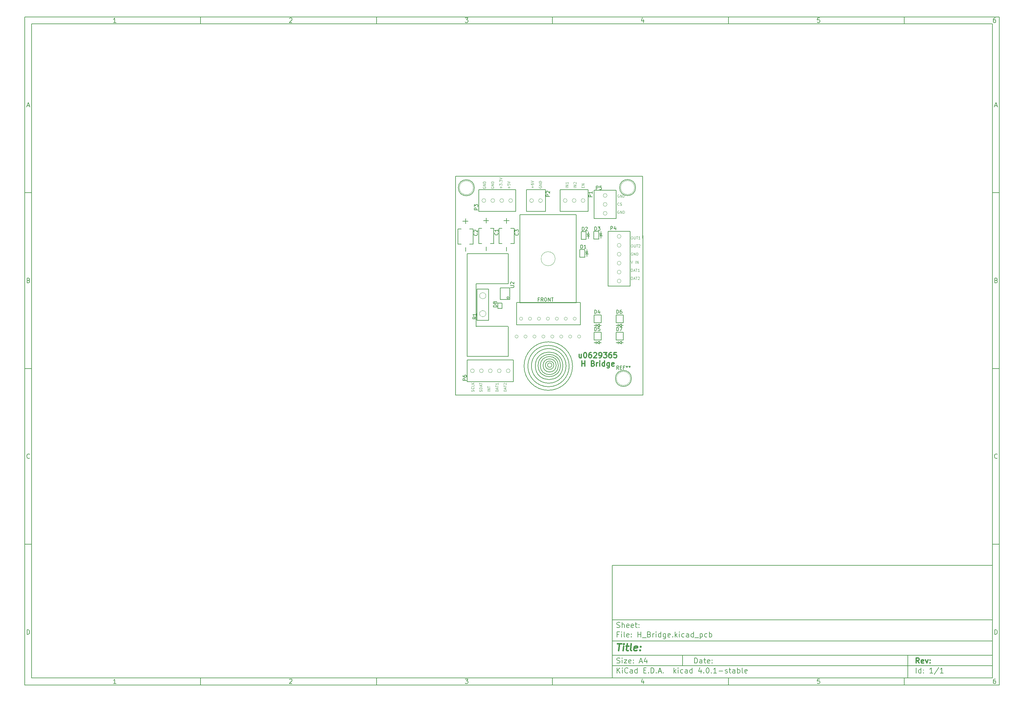
<source format=gbr>
G04 #@! TF.FileFunction,Legend,Top*
%FSLAX46Y46*%
G04 Gerber Fmt 4.6, Leading zero omitted, Abs format (unit mm)*
G04 Created by KiCad (PCBNEW 4.0.1-stable) date 2/4/2016 7:17:40 PM*
%MOMM*%
G01*
G04 APERTURE LIST*
%ADD10C,0.100000*%
%ADD11C,0.150000*%
%ADD12C,0.300000*%
%ADD13C,0.400000*%
%ADD14C,0.200000*%
G04 APERTURE END LIST*
D10*
D11*
X177002200Y-166007200D02*
X177002200Y-198007200D01*
X285002200Y-198007200D01*
X285002200Y-166007200D01*
X177002200Y-166007200D01*
D10*
D11*
X10000000Y-10000000D02*
X10000000Y-200007200D01*
X287002200Y-200007200D01*
X287002200Y-10000000D01*
X10000000Y-10000000D01*
D10*
D11*
X12000000Y-12000000D02*
X12000000Y-198007200D01*
X285002200Y-198007200D01*
X285002200Y-12000000D01*
X12000000Y-12000000D01*
D10*
D11*
X60000000Y-12000000D02*
X60000000Y-10000000D01*
D10*
D11*
X110000000Y-12000000D02*
X110000000Y-10000000D01*
D10*
D11*
X160000000Y-12000000D02*
X160000000Y-10000000D01*
D10*
D11*
X210000000Y-12000000D02*
X210000000Y-10000000D01*
D10*
D11*
X260000000Y-12000000D02*
X260000000Y-10000000D01*
D10*
D11*
X35990476Y-11588095D02*
X35247619Y-11588095D01*
X35619048Y-11588095D02*
X35619048Y-10288095D01*
X35495238Y-10473810D01*
X35371429Y-10597619D01*
X35247619Y-10659524D01*
D10*
D11*
X85247619Y-10411905D02*
X85309524Y-10350000D01*
X85433333Y-10288095D01*
X85742857Y-10288095D01*
X85866667Y-10350000D01*
X85928571Y-10411905D01*
X85990476Y-10535714D01*
X85990476Y-10659524D01*
X85928571Y-10845238D01*
X85185714Y-11588095D01*
X85990476Y-11588095D01*
D10*
D11*
X135185714Y-10288095D02*
X135990476Y-10288095D01*
X135557143Y-10783333D01*
X135742857Y-10783333D01*
X135866667Y-10845238D01*
X135928571Y-10907143D01*
X135990476Y-11030952D01*
X135990476Y-11340476D01*
X135928571Y-11464286D01*
X135866667Y-11526190D01*
X135742857Y-11588095D01*
X135371429Y-11588095D01*
X135247619Y-11526190D01*
X135185714Y-11464286D01*
D10*
D11*
X185866667Y-10721429D02*
X185866667Y-11588095D01*
X185557143Y-10226190D02*
X185247619Y-11154762D01*
X186052381Y-11154762D01*
D10*
D11*
X235928571Y-10288095D02*
X235309524Y-10288095D01*
X235247619Y-10907143D01*
X235309524Y-10845238D01*
X235433333Y-10783333D01*
X235742857Y-10783333D01*
X235866667Y-10845238D01*
X235928571Y-10907143D01*
X235990476Y-11030952D01*
X235990476Y-11340476D01*
X235928571Y-11464286D01*
X235866667Y-11526190D01*
X235742857Y-11588095D01*
X235433333Y-11588095D01*
X235309524Y-11526190D01*
X235247619Y-11464286D01*
D10*
D11*
X285866667Y-10288095D02*
X285619048Y-10288095D01*
X285495238Y-10350000D01*
X285433333Y-10411905D01*
X285309524Y-10597619D01*
X285247619Y-10845238D01*
X285247619Y-11340476D01*
X285309524Y-11464286D01*
X285371429Y-11526190D01*
X285495238Y-11588095D01*
X285742857Y-11588095D01*
X285866667Y-11526190D01*
X285928571Y-11464286D01*
X285990476Y-11340476D01*
X285990476Y-11030952D01*
X285928571Y-10907143D01*
X285866667Y-10845238D01*
X285742857Y-10783333D01*
X285495238Y-10783333D01*
X285371429Y-10845238D01*
X285309524Y-10907143D01*
X285247619Y-11030952D01*
D10*
D11*
X60000000Y-198007200D02*
X60000000Y-200007200D01*
D10*
D11*
X110000000Y-198007200D02*
X110000000Y-200007200D01*
D10*
D11*
X160000000Y-198007200D02*
X160000000Y-200007200D01*
D10*
D11*
X210000000Y-198007200D02*
X210000000Y-200007200D01*
D10*
D11*
X260000000Y-198007200D02*
X260000000Y-200007200D01*
D10*
D11*
X35990476Y-199595295D02*
X35247619Y-199595295D01*
X35619048Y-199595295D02*
X35619048Y-198295295D01*
X35495238Y-198481010D01*
X35371429Y-198604819D01*
X35247619Y-198666724D01*
D10*
D11*
X85247619Y-198419105D02*
X85309524Y-198357200D01*
X85433333Y-198295295D01*
X85742857Y-198295295D01*
X85866667Y-198357200D01*
X85928571Y-198419105D01*
X85990476Y-198542914D01*
X85990476Y-198666724D01*
X85928571Y-198852438D01*
X85185714Y-199595295D01*
X85990476Y-199595295D01*
D10*
D11*
X135185714Y-198295295D02*
X135990476Y-198295295D01*
X135557143Y-198790533D01*
X135742857Y-198790533D01*
X135866667Y-198852438D01*
X135928571Y-198914343D01*
X135990476Y-199038152D01*
X135990476Y-199347676D01*
X135928571Y-199471486D01*
X135866667Y-199533390D01*
X135742857Y-199595295D01*
X135371429Y-199595295D01*
X135247619Y-199533390D01*
X135185714Y-199471486D01*
D10*
D11*
X185866667Y-198728629D02*
X185866667Y-199595295D01*
X185557143Y-198233390D02*
X185247619Y-199161962D01*
X186052381Y-199161962D01*
D10*
D11*
X235928571Y-198295295D02*
X235309524Y-198295295D01*
X235247619Y-198914343D01*
X235309524Y-198852438D01*
X235433333Y-198790533D01*
X235742857Y-198790533D01*
X235866667Y-198852438D01*
X235928571Y-198914343D01*
X235990476Y-199038152D01*
X235990476Y-199347676D01*
X235928571Y-199471486D01*
X235866667Y-199533390D01*
X235742857Y-199595295D01*
X235433333Y-199595295D01*
X235309524Y-199533390D01*
X235247619Y-199471486D01*
D10*
D11*
X285866667Y-198295295D02*
X285619048Y-198295295D01*
X285495238Y-198357200D01*
X285433333Y-198419105D01*
X285309524Y-198604819D01*
X285247619Y-198852438D01*
X285247619Y-199347676D01*
X285309524Y-199471486D01*
X285371429Y-199533390D01*
X285495238Y-199595295D01*
X285742857Y-199595295D01*
X285866667Y-199533390D01*
X285928571Y-199471486D01*
X285990476Y-199347676D01*
X285990476Y-199038152D01*
X285928571Y-198914343D01*
X285866667Y-198852438D01*
X285742857Y-198790533D01*
X285495238Y-198790533D01*
X285371429Y-198852438D01*
X285309524Y-198914343D01*
X285247619Y-199038152D01*
D10*
D11*
X10000000Y-60000000D02*
X12000000Y-60000000D01*
D10*
D11*
X10000000Y-110000000D02*
X12000000Y-110000000D01*
D10*
D11*
X10000000Y-160000000D02*
X12000000Y-160000000D01*
D10*
D11*
X10690476Y-35216667D02*
X11309524Y-35216667D01*
X10566667Y-35588095D02*
X11000000Y-34288095D01*
X11433333Y-35588095D01*
D10*
D11*
X11092857Y-84907143D02*
X11278571Y-84969048D01*
X11340476Y-85030952D01*
X11402381Y-85154762D01*
X11402381Y-85340476D01*
X11340476Y-85464286D01*
X11278571Y-85526190D01*
X11154762Y-85588095D01*
X10659524Y-85588095D01*
X10659524Y-84288095D01*
X11092857Y-84288095D01*
X11216667Y-84350000D01*
X11278571Y-84411905D01*
X11340476Y-84535714D01*
X11340476Y-84659524D01*
X11278571Y-84783333D01*
X11216667Y-84845238D01*
X11092857Y-84907143D01*
X10659524Y-84907143D01*
D10*
D11*
X11402381Y-135464286D02*
X11340476Y-135526190D01*
X11154762Y-135588095D01*
X11030952Y-135588095D01*
X10845238Y-135526190D01*
X10721429Y-135402381D01*
X10659524Y-135278571D01*
X10597619Y-135030952D01*
X10597619Y-134845238D01*
X10659524Y-134597619D01*
X10721429Y-134473810D01*
X10845238Y-134350000D01*
X11030952Y-134288095D01*
X11154762Y-134288095D01*
X11340476Y-134350000D01*
X11402381Y-134411905D01*
D10*
D11*
X10659524Y-185588095D02*
X10659524Y-184288095D01*
X10969048Y-184288095D01*
X11154762Y-184350000D01*
X11278571Y-184473810D01*
X11340476Y-184597619D01*
X11402381Y-184845238D01*
X11402381Y-185030952D01*
X11340476Y-185278571D01*
X11278571Y-185402381D01*
X11154762Y-185526190D01*
X10969048Y-185588095D01*
X10659524Y-185588095D01*
D10*
D11*
X287002200Y-60000000D02*
X285002200Y-60000000D01*
D10*
D11*
X287002200Y-110000000D02*
X285002200Y-110000000D01*
D10*
D11*
X287002200Y-160000000D02*
X285002200Y-160000000D01*
D10*
D11*
X285692676Y-35216667D02*
X286311724Y-35216667D01*
X285568867Y-35588095D02*
X286002200Y-34288095D01*
X286435533Y-35588095D01*
D10*
D11*
X286095057Y-84907143D02*
X286280771Y-84969048D01*
X286342676Y-85030952D01*
X286404581Y-85154762D01*
X286404581Y-85340476D01*
X286342676Y-85464286D01*
X286280771Y-85526190D01*
X286156962Y-85588095D01*
X285661724Y-85588095D01*
X285661724Y-84288095D01*
X286095057Y-84288095D01*
X286218867Y-84350000D01*
X286280771Y-84411905D01*
X286342676Y-84535714D01*
X286342676Y-84659524D01*
X286280771Y-84783333D01*
X286218867Y-84845238D01*
X286095057Y-84907143D01*
X285661724Y-84907143D01*
D10*
D11*
X286404581Y-135464286D02*
X286342676Y-135526190D01*
X286156962Y-135588095D01*
X286033152Y-135588095D01*
X285847438Y-135526190D01*
X285723629Y-135402381D01*
X285661724Y-135278571D01*
X285599819Y-135030952D01*
X285599819Y-134845238D01*
X285661724Y-134597619D01*
X285723629Y-134473810D01*
X285847438Y-134350000D01*
X286033152Y-134288095D01*
X286156962Y-134288095D01*
X286342676Y-134350000D01*
X286404581Y-134411905D01*
D10*
D11*
X285661724Y-185588095D02*
X285661724Y-184288095D01*
X285971248Y-184288095D01*
X286156962Y-184350000D01*
X286280771Y-184473810D01*
X286342676Y-184597619D01*
X286404581Y-184845238D01*
X286404581Y-185030952D01*
X286342676Y-185278571D01*
X286280771Y-185402381D01*
X286156962Y-185526190D01*
X285971248Y-185588095D01*
X285661724Y-185588095D01*
D10*
D11*
X200359343Y-193785771D02*
X200359343Y-192285771D01*
X200716486Y-192285771D01*
X200930771Y-192357200D01*
X201073629Y-192500057D01*
X201145057Y-192642914D01*
X201216486Y-192928629D01*
X201216486Y-193142914D01*
X201145057Y-193428629D01*
X201073629Y-193571486D01*
X200930771Y-193714343D01*
X200716486Y-193785771D01*
X200359343Y-193785771D01*
X202502200Y-193785771D02*
X202502200Y-193000057D01*
X202430771Y-192857200D01*
X202287914Y-192785771D01*
X202002200Y-192785771D01*
X201859343Y-192857200D01*
X202502200Y-193714343D02*
X202359343Y-193785771D01*
X202002200Y-193785771D01*
X201859343Y-193714343D01*
X201787914Y-193571486D01*
X201787914Y-193428629D01*
X201859343Y-193285771D01*
X202002200Y-193214343D01*
X202359343Y-193214343D01*
X202502200Y-193142914D01*
X203002200Y-192785771D02*
X203573629Y-192785771D01*
X203216486Y-192285771D02*
X203216486Y-193571486D01*
X203287914Y-193714343D01*
X203430772Y-193785771D01*
X203573629Y-193785771D01*
X204645057Y-193714343D02*
X204502200Y-193785771D01*
X204216486Y-193785771D01*
X204073629Y-193714343D01*
X204002200Y-193571486D01*
X204002200Y-193000057D01*
X204073629Y-192857200D01*
X204216486Y-192785771D01*
X204502200Y-192785771D01*
X204645057Y-192857200D01*
X204716486Y-193000057D01*
X204716486Y-193142914D01*
X204002200Y-193285771D01*
X205359343Y-193642914D02*
X205430771Y-193714343D01*
X205359343Y-193785771D01*
X205287914Y-193714343D01*
X205359343Y-193642914D01*
X205359343Y-193785771D01*
X205359343Y-192857200D02*
X205430771Y-192928629D01*
X205359343Y-193000057D01*
X205287914Y-192928629D01*
X205359343Y-192857200D01*
X205359343Y-193000057D01*
D10*
D11*
X177002200Y-194507200D02*
X285002200Y-194507200D01*
D10*
D11*
X178359343Y-196585771D02*
X178359343Y-195085771D01*
X179216486Y-196585771D02*
X178573629Y-195728629D01*
X179216486Y-195085771D02*
X178359343Y-195942914D01*
X179859343Y-196585771D02*
X179859343Y-195585771D01*
X179859343Y-195085771D02*
X179787914Y-195157200D01*
X179859343Y-195228629D01*
X179930771Y-195157200D01*
X179859343Y-195085771D01*
X179859343Y-195228629D01*
X181430772Y-196442914D02*
X181359343Y-196514343D01*
X181145057Y-196585771D01*
X181002200Y-196585771D01*
X180787915Y-196514343D01*
X180645057Y-196371486D01*
X180573629Y-196228629D01*
X180502200Y-195942914D01*
X180502200Y-195728629D01*
X180573629Y-195442914D01*
X180645057Y-195300057D01*
X180787915Y-195157200D01*
X181002200Y-195085771D01*
X181145057Y-195085771D01*
X181359343Y-195157200D01*
X181430772Y-195228629D01*
X182716486Y-196585771D02*
X182716486Y-195800057D01*
X182645057Y-195657200D01*
X182502200Y-195585771D01*
X182216486Y-195585771D01*
X182073629Y-195657200D01*
X182716486Y-196514343D02*
X182573629Y-196585771D01*
X182216486Y-196585771D01*
X182073629Y-196514343D01*
X182002200Y-196371486D01*
X182002200Y-196228629D01*
X182073629Y-196085771D01*
X182216486Y-196014343D01*
X182573629Y-196014343D01*
X182716486Y-195942914D01*
X184073629Y-196585771D02*
X184073629Y-195085771D01*
X184073629Y-196514343D02*
X183930772Y-196585771D01*
X183645058Y-196585771D01*
X183502200Y-196514343D01*
X183430772Y-196442914D01*
X183359343Y-196300057D01*
X183359343Y-195871486D01*
X183430772Y-195728629D01*
X183502200Y-195657200D01*
X183645058Y-195585771D01*
X183930772Y-195585771D01*
X184073629Y-195657200D01*
X185930772Y-195800057D02*
X186430772Y-195800057D01*
X186645058Y-196585771D02*
X185930772Y-196585771D01*
X185930772Y-195085771D01*
X186645058Y-195085771D01*
X187287915Y-196442914D02*
X187359343Y-196514343D01*
X187287915Y-196585771D01*
X187216486Y-196514343D01*
X187287915Y-196442914D01*
X187287915Y-196585771D01*
X188002201Y-196585771D02*
X188002201Y-195085771D01*
X188359344Y-195085771D01*
X188573629Y-195157200D01*
X188716487Y-195300057D01*
X188787915Y-195442914D01*
X188859344Y-195728629D01*
X188859344Y-195942914D01*
X188787915Y-196228629D01*
X188716487Y-196371486D01*
X188573629Y-196514343D01*
X188359344Y-196585771D01*
X188002201Y-196585771D01*
X189502201Y-196442914D02*
X189573629Y-196514343D01*
X189502201Y-196585771D01*
X189430772Y-196514343D01*
X189502201Y-196442914D01*
X189502201Y-196585771D01*
X190145058Y-196157200D02*
X190859344Y-196157200D01*
X190002201Y-196585771D02*
X190502201Y-195085771D01*
X191002201Y-196585771D01*
X191502201Y-196442914D02*
X191573629Y-196514343D01*
X191502201Y-196585771D01*
X191430772Y-196514343D01*
X191502201Y-196442914D01*
X191502201Y-196585771D01*
X194502201Y-196585771D02*
X194502201Y-195085771D01*
X194645058Y-196014343D02*
X195073629Y-196585771D01*
X195073629Y-195585771D02*
X194502201Y-196157200D01*
X195716487Y-196585771D02*
X195716487Y-195585771D01*
X195716487Y-195085771D02*
X195645058Y-195157200D01*
X195716487Y-195228629D01*
X195787915Y-195157200D01*
X195716487Y-195085771D01*
X195716487Y-195228629D01*
X197073630Y-196514343D02*
X196930773Y-196585771D01*
X196645059Y-196585771D01*
X196502201Y-196514343D01*
X196430773Y-196442914D01*
X196359344Y-196300057D01*
X196359344Y-195871486D01*
X196430773Y-195728629D01*
X196502201Y-195657200D01*
X196645059Y-195585771D01*
X196930773Y-195585771D01*
X197073630Y-195657200D01*
X198359344Y-196585771D02*
X198359344Y-195800057D01*
X198287915Y-195657200D01*
X198145058Y-195585771D01*
X197859344Y-195585771D01*
X197716487Y-195657200D01*
X198359344Y-196514343D02*
X198216487Y-196585771D01*
X197859344Y-196585771D01*
X197716487Y-196514343D01*
X197645058Y-196371486D01*
X197645058Y-196228629D01*
X197716487Y-196085771D01*
X197859344Y-196014343D01*
X198216487Y-196014343D01*
X198359344Y-195942914D01*
X199716487Y-196585771D02*
X199716487Y-195085771D01*
X199716487Y-196514343D02*
X199573630Y-196585771D01*
X199287916Y-196585771D01*
X199145058Y-196514343D01*
X199073630Y-196442914D01*
X199002201Y-196300057D01*
X199002201Y-195871486D01*
X199073630Y-195728629D01*
X199145058Y-195657200D01*
X199287916Y-195585771D01*
X199573630Y-195585771D01*
X199716487Y-195657200D01*
X202216487Y-195585771D02*
X202216487Y-196585771D01*
X201859344Y-195014343D02*
X201502201Y-196085771D01*
X202430773Y-196085771D01*
X203002201Y-196442914D02*
X203073629Y-196514343D01*
X203002201Y-196585771D01*
X202930772Y-196514343D01*
X203002201Y-196442914D01*
X203002201Y-196585771D01*
X204002201Y-195085771D02*
X204145058Y-195085771D01*
X204287915Y-195157200D01*
X204359344Y-195228629D01*
X204430773Y-195371486D01*
X204502201Y-195657200D01*
X204502201Y-196014343D01*
X204430773Y-196300057D01*
X204359344Y-196442914D01*
X204287915Y-196514343D01*
X204145058Y-196585771D01*
X204002201Y-196585771D01*
X203859344Y-196514343D01*
X203787915Y-196442914D01*
X203716487Y-196300057D01*
X203645058Y-196014343D01*
X203645058Y-195657200D01*
X203716487Y-195371486D01*
X203787915Y-195228629D01*
X203859344Y-195157200D01*
X204002201Y-195085771D01*
X205145058Y-196442914D02*
X205216486Y-196514343D01*
X205145058Y-196585771D01*
X205073629Y-196514343D01*
X205145058Y-196442914D01*
X205145058Y-196585771D01*
X206645058Y-196585771D02*
X205787915Y-196585771D01*
X206216487Y-196585771D02*
X206216487Y-195085771D01*
X206073630Y-195300057D01*
X205930772Y-195442914D01*
X205787915Y-195514343D01*
X207287915Y-196014343D02*
X208430772Y-196014343D01*
X209073629Y-196514343D02*
X209216486Y-196585771D01*
X209502201Y-196585771D01*
X209645058Y-196514343D01*
X209716486Y-196371486D01*
X209716486Y-196300057D01*
X209645058Y-196157200D01*
X209502201Y-196085771D01*
X209287915Y-196085771D01*
X209145058Y-196014343D01*
X209073629Y-195871486D01*
X209073629Y-195800057D01*
X209145058Y-195657200D01*
X209287915Y-195585771D01*
X209502201Y-195585771D01*
X209645058Y-195657200D01*
X210145058Y-195585771D02*
X210716487Y-195585771D01*
X210359344Y-195085771D02*
X210359344Y-196371486D01*
X210430772Y-196514343D01*
X210573630Y-196585771D01*
X210716487Y-196585771D01*
X211859344Y-196585771D02*
X211859344Y-195800057D01*
X211787915Y-195657200D01*
X211645058Y-195585771D01*
X211359344Y-195585771D01*
X211216487Y-195657200D01*
X211859344Y-196514343D02*
X211716487Y-196585771D01*
X211359344Y-196585771D01*
X211216487Y-196514343D01*
X211145058Y-196371486D01*
X211145058Y-196228629D01*
X211216487Y-196085771D01*
X211359344Y-196014343D01*
X211716487Y-196014343D01*
X211859344Y-195942914D01*
X212573630Y-196585771D02*
X212573630Y-195085771D01*
X212573630Y-195657200D02*
X212716487Y-195585771D01*
X213002201Y-195585771D01*
X213145058Y-195657200D01*
X213216487Y-195728629D01*
X213287916Y-195871486D01*
X213287916Y-196300057D01*
X213216487Y-196442914D01*
X213145058Y-196514343D01*
X213002201Y-196585771D01*
X212716487Y-196585771D01*
X212573630Y-196514343D01*
X214145059Y-196585771D02*
X214002201Y-196514343D01*
X213930773Y-196371486D01*
X213930773Y-195085771D01*
X215287915Y-196514343D02*
X215145058Y-196585771D01*
X214859344Y-196585771D01*
X214716487Y-196514343D01*
X214645058Y-196371486D01*
X214645058Y-195800057D01*
X214716487Y-195657200D01*
X214859344Y-195585771D01*
X215145058Y-195585771D01*
X215287915Y-195657200D01*
X215359344Y-195800057D01*
X215359344Y-195942914D01*
X214645058Y-196085771D01*
D10*
D11*
X177002200Y-191507200D02*
X285002200Y-191507200D01*
D10*
D12*
X264216486Y-193785771D02*
X263716486Y-193071486D01*
X263359343Y-193785771D02*
X263359343Y-192285771D01*
X263930771Y-192285771D01*
X264073629Y-192357200D01*
X264145057Y-192428629D01*
X264216486Y-192571486D01*
X264216486Y-192785771D01*
X264145057Y-192928629D01*
X264073629Y-193000057D01*
X263930771Y-193071486D01*
X263359343Y-193071486D01*
X265430771Y-193714343D02*
X265287914Y-193785771D01*
X265002200Y-193785771D01*
X264859343Y-193714343D01*
X264787914Y-193571486D01*
X264787914Y-193000057D01*
X264859343Y-192857200D01*
X265002200Y-192785771D01*
X265287914Y-192785771D01*
X265430771Y-192857200D01*
X265502200Y-193000057D01*
X265502200Y-193142914D01*
X264787914Y-193285771D01*
X266002200Y-192785771D02*
X266359343Y-193785771D01*
X266716485Y-192785771D01*
X267287914Y-193642914D02*
X267359342Y-193714343D01*
X267287914Y-193785771D01*
X267216485Y-193714343D01*
X267287914Y-193642914D01*
X267287914Y-193785771D01*
X267287914Y-192857200D02*
X267359342Y-192928629D01*
X267287914Y-193000057D01*
X267216485Y-192928629D01*
X267287914Y-192857200D01*
X267287914Y-193000057D01*
D10*
D11*
X178287914Y-193714343D02*
X178502200Y-193785771D01*
X178859343Y-193785771D01*
X179002200Y-193714343D01*
X179073629Y-193642914D01*
X179145057Y-193500057D01*
X179145057Y-193357200D01*
X179073629Y-193214343D01*
X179002200Y-193142914D01*
X178859343Y-193071486D01*
X178573629Y-193000057D01*
X178430771Y-192928629D01*
X178359343Y-192857200D01*
X178287914Y-192714343D01*
X178287914Y-192571486D01*
X178359343Y-192428629D01*
X178430771Y-192357200D01*
X178573629Y-192285771D01*
X178930771Y-192285771D01*
X179145057Y-192357200D01*
X179787914Y-193785771D02*
X179787914Y-192785771D01*
X179787914Y-192285771D02*
X179716485Y-192357200D01*
X179787914Y-192428629D01*
X179859342Y-192357200D01*
X179787914Y-192285771D01*
X179787914Y-192428629D01*
X180359343Y-192785771D02*
X181145057Y-192785771D01*
X180359343Y-193785771D01*
X181145057Y-193785771D01*
X182287914Y-193714343D02*
X182145057Y-193785771D01*
X181859343Y-193785771D01*
X181716486Y-193714343D01*
X181645057Y-193571486D01*
X181645057Y-193000057D01*
X181716486Y-192857200D01*
X181859343Y-192785771D01*
X182145057Y-192785771D01*
X182287914Y-192857200D01*
X182359343Y-193000057D01*
X182359343Y-193142914D01*
X181645057Y-193285771D01*
X183002200Y-193642914D02*
X183073628Y-193714343D01*
X183002200Y-193785771D01*
X182930771Y-193714343D01*
X183002200Y-193642914D01*
X183002200Y-193785771D01*
X183002200Y-192857200D02*
X183073628Y-192928629D01*
X183002200Y-193000057D01*
X182930771Y-192928629D01*
X183002200Y-192857200D01*
X183002200Y-193000057D01*
X184787914Y-193357200D02*
X185502200Y-193357200D01*
X184645057Y-193785771D02*
X185145057Y-192285771D01*
X185645057Y-193785771D01*
X186787914Y-192785771D02*
X186787914Y-193785771D01*
X186430771Y-192214343D02*
X186073628Y-193285771D01*
X187002200Y-193285771D01*
D10*
D11*
X263359343Y-196585771D02*
X263359343Y-195085771D01*
X264716486Y-196585771D02*
X264716486Y-195085771D01*
X264716486Y-196514343D02*
X264573629Y-196585771D01*
X264287915Y-196585771D01*
X264145057Y-196514343D01*
X264073629Y-196442914D01*
X264002200Y-196300057D01*
X264002200Y-195871486D01*
X264073629Y-195728629D01*
X264145057Y-195657200D01*
X264287915Y-195585771D01*
X264573629Y-195585771D01*
X264716486Y-195657200D01*
X265430772Y-196442914D02*
X265502200Y-196514343D01*
X265430772Y-196585771D01*
X265359343Y-196514343D01*
X265430772Y-196442914D01*
X265430772Y-196585771D01*
X265430772Y-195657200D02*
X265502200Y-195728629D01*
X265430772Y-195800057D01*
X265359343Y-195728629D01*
X265430772Y-195657200D01*
X265430772Y-195800057D01*
X268073629Y-196585771D02*
X267216486Y-196585771D01*
X267645058Y-196585771D02*
X267645058Y-195085771D01*
X267502201Y-195300057D01*
X267359343Y-195442914D01*
X267216486Y-195514343D01*
X269787914Y-195014343D02*
X268502200Y-196942914D01*
X271073629Y-196585771D02*
X270216486Y-196585771D01*
X270645058Y-196585771D02*
X270645058Y-195085771D01*
X270502201Y-195300057D01*
X270359343Y-195442914D01*
X270216486Y-195514343D01*
D10*
D11*
X177002200Y-187507200D02*
X285002200Y-187507200D01*
D10*
D13*
X178454581Y-188211962D02*
X179597438Y-188211962D01*
X178776010Y-190211962D02*
X179026010Y-188211962D01*
X180014105Y-190211962D02*
X180180771Y-188878629D01*
X180264105Y-188211962D02*
X180156962Y-188307200D01*
X180240295Y-188402438D01*
X180347439Y-188307200D01*
X180264105Y-188211962D01*
X180240295Y-188402438D01*
X180847438Y-188878629D02*
X181609343Y-188878629D01*
X181216486Y-188211962D02*
X181002200Y-189926248D01*
X181073630Y-190116724D01*
X181252201Y-190211962D01*
X181442677Y-190211962D01*
X182395058Y-190211962D02*
X182216487Y-190116724D01*
X182145057Y-189926248D01*
X182359343Y-188211962D01*
X183930772Y-190116724D02*
X183728391Y-190211962D01*
X183347439Y-190211962D01*
X183168867Y-190116724D01*
X183097438Y-189926248D01*
X183192676Y-189164343D01*
X183311724Y-188973867D01*
X183514105Y-188878629D01*
X183895057Y-188878629D01*
X184073629Y-188973867D01*
X184145057Y-189164343D01*
X184121248Y-189354819D01*
X183145057Y-189545295D01*
X184895057Y-190021486D02*
X184978392Y-190116724D01*
X184871248Y-190211962D01*
X184787915Y-190116724D01*
X184895057Y-190021486D01*
X184871248Y-190211962D01*
X185026010Y-188973867D02*
X185109344Y-189069105D01*
X185002200Y-189164343D01*
X184918867Y-189069105D01*
X185026010Y-188973867D01*
X185002200Y-189164343D01*
D10*
D11*
X178859343Y-185600057D02*
X178359343Y-185600057D01*
X178359343Y-186385771D02*
X178359343Y-184885771D01*
X179073629Y-184885771D01*
X179645057Y-186385771D02*
X179645057Y-185385771D01*
X179645057Y-184885771D02*
X179573628Y-184957200D01*
X179645057Y-185028629D01*
X179716485Y-184957200D01*
X179645057Y-184885771D01*
X179645057Y-185028629D01*
X180573629Y-186385771D02*
X180430771Y-186314343D01*
X180359343Y-186171486D01*
X180359343Y-184885771D01*
X181716485Y-186314343D02*
X181573628Y-186385771D01*
X181287914Y-186385771D01*
X181145057Y-186314343D01*
X181073628Y-186171486D01*
X181073628Y-185600057D01*
X181145057Y-185457200D01*
X181287914Y-185385771D01*
X181573628Y-185385771D01*
X181716485Y-185457200D01*
X181787914Y-185600057D01*
X181787914Y-185742914D01*
X181073628Y-185885771D01*
X182430771Y-186242914D02*
X182502199Y-186314343D01*
X182430771Y-186385771D01*
X182359342Y-186314343D01*
X182430771Y-186242914D01*
X182430771Y-186385771D01*
X182430771Y-185457200D02*
X182502199Y-185528629D01*
X182430771Y-185600057D01*
X182359342Y-185528629D01*
X182430771Y-185457200D01*
X182430771Y-185600057D01*
X184287914Y-186385771D02*
X184287914Y-184885771D01*
X184287914Y-185600057D02*
X185145057Y-185600057D01*
X185145057Y-186385771D02*
X185145057Y-184885771D01*
X185502200Y-186528629D02*
X186645057Y-186528629D01*
X187502200Y-185600057D02*
X187716486Y-185671486D01*
X187787914Y-185742914D01*
X187859343Y-185885771D01*
X187859343Y-186100057D01*
X187787914Y-186242914D01*
X187716486Y-186314343D01*
X187573628Y-186385771D01*
X187002200Y-186385771D01*
X187002200Y-184885771D01*
X187502200Y-184885771D01*
X187645057Y-184957200D01*
X187716486Y-185028629D01*
X187787914Y-185171486D01*
X187787914Y-185314343D01*
X187716486Y-185457200D01*
X187645057Y-185528629D01*
X187502200Y-185600057D01*
X187002200Y-185600057D01*
X188502200Y-186385771D02*
X188502200Y-185385771D01*
X188502200Y-185671486D02*
X188573628Y-185528629D01*
X188645057Y-185457200D01*
X188787914Y-185385771D01*
X188930771Y-185385771D01*
X189430771Y-186385771D02*
X189430771Y-185385771D01*
X189430771Y-184885771D02*
X189359342Y-184957200D01*
X189430771Y-185028629D01*
X189502199Y-184957200D01*
X189430771Y-184885771D01*
X189430771Y-185028629D01*
X190787914Y-186385771D02*
X190787914Y-184885771D01*
X190787914Y-186314343D02*
X190645057Y-186385771D01*
X190359343Y-186385771D01*
X190216485Y-186314343D01*
X190145057Y-186242914D01*
X190073628Y-186100057D01*
X190073628Y-185671486D01*
X190145057Y-185528629D01*
X190216485Y-185457200D01*
X190359343Y-185385771D01*
X190645057Y-185385771D01*
X190787914Y-185457200D01*
X192145057Y-185385771D02*
X192145057Y-186600057D01*
X192073628Y-186742914D01*
X192002200Y-186814343D01*
X191859343Y-186885771D01*
X191645057Y-186885771D01*
X191502200Y-186814343D01*
X192145057Y-186314343D02*
X192002200Y-186385771D01*
X191716486Y-186385771D01*
X191573628Y-186314343D01*
X191502200Y-186242914D01*
X191430771Y-186100057D01*
X191430771Y-185671486D01*
X191502200Y-185528629D01*
X191573628Y-185457200D01*
X191716486Y-185385771D01*
X192002200Y-185385771D01*
X192145057Y-185457200D01*
X193430771Y-186314343D02*
X193287914Y-186385771D01*
X193002200Y-186385771D01*
X192859343Y-186314343D01*
X192787914Y-186171486D01*
X192787914Y-185600057D01*
X192859343Y-185457200D01*
X193002200Y-185385771D01*
X193287914Y-185385771D01*
X193430771Y-185457200D01*
X193502200Y-185600057D01*
X193502200Y-185742914D01*
X192787914Y-185885771D01*
X194145057Y-186242914D02*
X194216485Y-186314343D01*
X194145057Y-186385771D01*
X194073628Y-186314343D01*
X194145057Y-186242914D01*
X194145057Y-186385771D01*
X194859343Y-186385771D02*
X194859343Y-184885771D01*
X195002200Y-185814343D02*
X195430771Y-186385771D01*
X195430771Y-185385771D02*
X194859343Y-185957200D01*
X196073629Y-186385771D02*
X196073629Y-185385771D01*
X196073629Y-184885771D02*
X196002200Y-184957200D01*
X196073629Y-185028629D01*
X196145057Y-184957200D01*
X196073629Y-184885771D01*
X196073629Y-185028629D01*
X197430772Y-186314343D02*
X197287915Y-186385771D01*
X197002201Y-186385771D01*
X196859343Y-186314343D01*
X196787915Y-186242914D01*
X196716486Y-186100057D01*
X196716486Y-185671486D01*
X196787915Y-185528629D01*
X196859343Y-185457200D01*
X197002201Y-185385771D01*
X197287915Y-185385771D01*
X197430772Y-185457200D01*
X198716486Y-186385771D02*
X198716486Y-185600057D01*
X198645057Y-185457200D01*
X198502200Y-185385771D01*
X198216486Y-185385771D01*
X198073629Y-185457200D01*
X198716486Y-186314343D02*
X198573629Y-186385771D01*
X198216486Y-186385771D01*
X198073629Y-186314343D01*
X198002200Y-186171486D01*
X198002200Y-186028629D01*
X198073629Y-185885771D01*
X198216486Y-185814343D01*
X198573629Y-185814343D01*
X198716486Y-185742914D01*
X200073629Y-186385771D02*
X200073629Y-184885771D01*
X200073629Y-186314343D02*
X199930772Y-186385771D01*
X199645058Y-186385771D01*
X199502200Y-186314343D01*
X199430772Y-186242914D01*
X199359343Y-186100057D01*
X199359343Y-185671486D01*
X199430772Y-185528629D01*
X199502200Y-185457200D01*
X199645058Y-185385771D01*
X199930772Y-185385771D01*
X200073629Y-185457200D01*
X200430772Y-186528629D02*
X201573629Y-186528629D01*
X201930772Y-185385771D02*
X201930772Y-186885771D01*
X201930772Y-185457200D02*
X202073629Y-185385771D01*
X202359343Y-185385771D01*
X202502200Y-185457200D01*
X202573629Y-185528629D01*
X202645058Y-185671486D01*
X202645058Y-186100057D01*
X202573629Y-186242914D01*
X202502200Y-186314343D01*
X202359343Y-186385771D01*
X202073629Y-186385771D01*
X201930772Y-186314343D01*
X203930772Y-186314343D02*
X203787915Y-186385771D01*
X203502201Y-186385771D01*
X203359343Y-186314343D01*
X203287915Y-186242914D01*
X203216486Y-186100057D01*
X203216486Y-185671486D01*
X203287915Y-185528629D01*
X203359343Y-185457200D01*
X203502201Y-185385771D01*
X203787915Y-185385771D01*
X203930772Y-185457200D01*
X204573629Y-186385771D02*
X204573629Y-184885771D01*
X204573629Y-185457200D02*
X204716486Y-185385771D01*
X205002200Y-185385771D01*
X205145057Y-185457200D01*
X205216486Y-185528629D01*
X205287915Y-185671486D01*
X205287915Y-186100057D01*
X205216486Y-186242914D01*
X205145057Y-186314343D01*
X205002200Y-186385771D01*
X204716486Y-186385771D01*
X204573629Y-186314343D01*
D10*
D11*
X177002200Y-181507200D02*
X285002200Y-181507200D01*
D10*
D11*
X178287914Y-183614343D02*
X178502200Y-183685771D01*
X178859343Y-183685771D01*
X179002200Y-183614343D01*
X179073629Y-183542914D01*
X179145057Y-183400057D01*
X179145057Y-183257200D01*
X179073629Y-183114343D01*
X179002200Y-183042914D01*
X178859343Y-182971486D01*
X178573629Y-182900057D01*
X178430771Y-182828629D01*
X178359343Y-182757200D01*
X178287914Y-182614343D01*
X178287914Y-182471486D01*
X178359343Y-182328629D01*
X178430771Y-182257200D01*
X178573629Y-182185771D01*
X178930771Y-182185771D01*
X179145057Y-182257200D01*
X179787914Y-183685771D02*
X179787914Y-182185771D01*
X180430771Y-183685771D02*
X180430771Y-182900057D01*
X180359342Y-182757200D01*
X180216485Y-182685771D01*
X180002200Y-182685771D01*
X179859342Y-182757200D01*
X179787914Y-182828629D01*
X181716485Y-183614343D02*
X181573628Y-183685771D01*
X181287914Y-183685771D01*
X181145057Y-183614343D01*
X181073628Y-183471486D01*
X181073628Y-182900057D01*
X181145057Y-182757200D01*
X181287914Y-182685771D01*
X181573628Y-182685771D01*
X181716485Y-182757200D01*
X181787914Y-182900057D01*
X181787914Y-183042914D01*
X181073628Y-183185771D01*
X183002199Y-183614343D02*
X182859342Y-183685771D01*
X182573628Y-183685771D01*
X182430771Y-183614343D01*
X182359342Y-183471486D01*
X182359342Y-182900057D01*
X182430771Y-182757200D01*
X182573628Y-182685771D01*
X182859342Y-182685771D01*
X183002199Y-182757200D01*
X183073628Y-182900057D01*
X183073628Y-183042914D01*
X182359342Y-183185771D01*
X183502199Y-182685771D02*
X184073628Y-182685771D01*
X183716485Y-182185771D02*
X183716485Y-183471486D01*
X183787913Y-183614343D01*
X183930771Y-183685771D01*
X184073628Y-183685771D01*
X184573628Y-183542914D02*
X184645056Y-183614343D01*
X184573628Y-183685771D01*
X184502199Y-183614343D01*
X184573628Y-183542914D01*
X184573628Y-183685771D01*
X184573628Y-182757200D02*
X184645056Y-182828629D01*
X184573628Y-182900057D01*
X184502199Y-182828629D01*
X184573628Y-182757200D01*
X184573628Y-182900057D01*
D10*
D11*
X197002200Y-191507200D02*
X197002200Y-194507200D01*
D10*
D11*
X261002200Y-191507200D02*
X261002200Y-198007200D01*
D14*
X159851405Y-109020000D02*
G75*
G03X159851405Y-109020000I-641405J0D01*
G01*
X160368486Y-109050000D02*
G75*
G03X160368486Y-109050000I-1188486J0D01*
G01*
X161049465Y-109120000D02*
G75*
G03X161049465Y-109120000I-1869465J0D01*
G01*
X161670292Y-109160000D02*
G75*
G03X161670292Y-109160000I-2570292J0D01*
G01*
X162244949Y-109150000D02*
G75*
G03X162244949Y-109150000I-3164949J0D01*
G01*
X162942557Y-109230000D02*
G75*
G03X162942557Y-109230000I-3912557J0D01*
G01*
X163854165Y-109240000D02*
G75*
G03X163854165Y-109240000I-4924165J0D01*
G01*
X164742963Y-109300000D02*
G75*
G03X164742963Y-109300000I-5872963J0D01*
G01*
X165699877Y-109300000D02*
G75*
G03X165699877Y-109300000I-6889877J0D01*
G01*
D12*
X168211430Y-105938571D02*
X168211430Y-106938571D01*
X167568573Y-105938571D02*
X167568573Y-106724286D01*
X167640001Y-106867143D01*
X167782859Y-106938571D01*
X167997144Y-106938571D01*
X168140001Y-106867143D01*
X168211430Y-106795714D01*
X169211430Y-105438571D02*
X169354287Y-105438571D01*
X169497144Y-105510000D01*
X169568573Y-105581429D01*
X169640002Y-105724286D01*
X169711430Y-106010000D01*
X169711430Y-106367143D01*
X169640002Y-106652857D01*
X169568573Y-106795714D01*
X169497144Y-106867143D01*
X169354287Y-106938571D01*
X169211430Y-106938571D01*
X169068573Y-106867143D01*
X168997144Y-106795714D01*
X168925716Y-106652857D01*
X168854287Y-106367143D01*
X168854287Y-106010000D01*
X168925716Y-105724286D01*
X168997144Y-105581429D01*
X169068573Y-105510000D01*
X169211430Y-105438571D01*
X170997144Y-105438571D02*
X170711430Y-105438571D01*
X170568573Y-105510000D01*
X170497144Y-105581429D01*
X170354287Y-105795714D01*
X170282858Y-106081429D01*
X170282858Y-106652857D01*
X170354287Y-106795714D01*
X170425715Y-106867143D01*
X170568573Y-106938571D01*
X170854287Y-106938571D01*
X170997144Y-106867143D01*
X171068573Y-106795714D01*
X171140001Y-106652857D01*
X171140001Y-106295714D01*
X171068573Y-106152857D01*
X170997144Y-106081429D01*
X170854287Y-106010000D01*
X170568573Y-106010000D01*
X170425715Y-106081429D01*
X170354287Y-106152857D01*
X170282858Y-106295714D01*
X171711429Y-105581429D02*
X171782858Y-105510000D01*
X171925715Y-105438571D01*
X172282858Y-105438571D01*
X172425715Y-105510000D01*
X172497144Y-105581429D01*
X172568572Y-105724286D01*
X172568572Y-105867143D01*
X172497144Y-106081429D01*
X171640001Y-106938571D01*
X172568572Y-106938571D01*
X173282857Y-106938571D02*
X173568572Y-106938571D01*
X173711429Y-106867143D01*
X173782857Y-106795714D01*
X173925715Y-106581429D01*
X173997143Y-106295714D01*
X173997143Y-105724286D01*
X173925715Y-105581429D01*
X173854286Y-105510000D01*
X173711429Y-105438571D01*
X173425715Y-105438571D01*
X173282857Y-105510000D01*
X173211429Y-105581429D01*
X173140000Y-105724286D01*
X173140000Y-106081429D01*
X173211429Y-106224286D01*
X173282857Y-106295714D01*
X173425715Y-106367143D01*
X173711429Y-106367143D01*
X173854286Y-106295714D01*
X173925715Y-106224286D01*
X173997143Y-106081429D01*
X174497143Y-105438571D02*
X175425714Y-105438571D01*
X174925714Y-106010000D01*
X175140000Y-106010000D01*
X175282857Y-106081429D01*
X175354286Y-106152857D01*
X175425714Y-106295714D01*
X175425714Y-106652857D01*
X175354286Y-106795714D01*
X175282857Y-106867143D01*
X175140000Y-106938571D01*
X174711428Y-106938571D01*
X174568571Y-106867143D01*
X174497143Y-106795714D01*
X176711428Y-105438571D02*
X176425714Y-105438571D01*
X176282857Y-105510000D01*
X176211428Y-105581429D01*
X176068571Y-105795714D01*
X175997142Y-106081429D01*
X175997142Y-106652857D01*
X176068571Y-106795714D01*
X176139999Y-106867143D01*
X176282857Y-106938571D01*
X176568571Y-106938571D01*
X176711428Y-106867143D01*
X176782857Y-106795714D01*
X176854285Y-106652857D01*
X176854285Y-106295714D01*
X176782857Y-106152857D01*
X176711428Y-106081429D01*
X176568571Y-106010000D01*
X176282857Y-106010000D01*
X176139999Y-106081429D01*
X176068571Y-106152857D01*
X175997142Y-106295714D01*
X178211428Y-105438571D02*
X177497142Y-105438571D01*
X177425713Y-106152857D01*
X177497142Y-106081429D01*
X177639999Y-106010000D01*
X177997142Y-106010000D01*
X178139999Y-106081429D01*
X178211428Y-106152857D01*
X178282856Y-106295714D01*
X178282856Y-106652857D01*
X178211428Y-106795714D01*
X178139999Y-106867143D01*
X177997142Y-106938571D01*
X177639999Y-106938571D01*
X177497142Y-106867143D01*
X177425713Y-106795714D01*
X168318572Y-109338571D02*
X168318572Y-107838571D01*
X168318572Y-108552857D02*
X169175715Y-108552857D01*
X169175715Y-109338571D02*
X169175715Y-107838571D01*
X171532858Y-108552857D02*
X171747144Y-108624286D01*
X171818572Y-108695714D01*
X171890001Y-108838571D01*
X171890001Y-109052857D01*
X171818572Y-109195714D01*
X171747144Y-109267143D01*
X171604286Y-109338571D01*
X171032858Y-109338571D01*
X171032858Y-107838571D01*
X171532858Y-107838571D01*
X171675715Y-107910000D01*
X171747144Y-107981429D01*
X171818572Y-108124286D01*
X171818572Y-108267143D01*
X171747144Y-108410000D01*
X171675715Y-108481429D01*
X171532858Y-108552857D01*
X171032858Y-108552857D01*
X172532858Y-109338571D02*
X172532858Y-108338571D01*
X172532858Y-108624286D02*
X172604286Y-108481429D01*
X172675715Y-108410000D01*
X172818572Y-108338571D01*
X172961429Y-108338571D01*
X173461429Y-109338571D02*
X173461429Y-108338571D01*
X173461429Y-107838571D02*
X173390000Y-107910000D01*
X173461429Y-107981429D01*
X173532857Y-107910000D01*
X173461429Y-107838571D01*
X173461429Y-107981429D01*
X174818572Y-109338571D02*
X174818572Y-107838571D01*
X174818572Y-109267143D02*
X174675715Y-109338571D01*
X174390001Y-109338571D01*
X174247143Y-109267143D01*
X174175715Y-109195714D01*
X174104286Y-109052857D01*
X174104286Y-108624286D01*
X174175715Y-108481429D01*
X174247143Y-108410000D01*
X174390001Y-108338571D01*
X174675715Y-108338571D01*
X174818572Y-108410000D01*
X176175715Y-108338571D02*
X176175715Y-109552857D01*
X176104286Y-109695714D01*
X176032858Y-109767143D01*
X175890001Y-109838571D01*
X175675715Y-109838571D01*
X175532858Y-109767143D01*
X176175715Y-109267143D02*
X176032858Y-109338571D01*
X175747144Y-109338571D01*
X175604286Y-109267143D01*
X175532858Y-109195714D01*
X175461429Y-109052857D01*
X175461429Y-108624286D01*
X175532858Y-108481429D01*
X175604286Y-108410000D01*
X175747144Y-108338571D01*
X176032858Y-108338571D01*
X176175715Y-108410000D01*
X177461429Y-109267143D02*
X177318572Y-109338571D01*
X177032858Y-109338571D01*
X176890001Y-109267143D01*
X176818572Y-109124286D01*
X176818572Y-108552857D01*
X176890001Y-108410000D01*
X177032858Y-108338571D01*
X177318572Y-108338571D01*
X177461429Y-108410000D01*
X177532858Y-108552857D01*
X177532858Y-108695714D01*
X176818572Y-108838571D01*
D11*
X185670000Y-117570000D02*
X185670000Y-72200000D01*
X132440000Y-117570000D02*
X185670000Y-117570000D01*
X132440000Y-55320000D02*
X132440000Y-117570000D01*
X133830000Y-55320000D02*
X132440000Y-55320000D01*
X185620000Y-55320000D02*
X133830000Y-55320000D01*
X185620000Y-55930000D02*
X185620000Y-55320000D01*
X185620000Y-57070000D02*
X185620000Y-55930000D01*
X185620000Y-58050000D02*
X185620000Y-57070000D01*
X185620000Y-72900000D02*
X185620000Y-58050000D01*
D10*
X137643571Y-116507143D02*
X137679286Y-116400000D01*
X137679286Y-116221429D01*
X137643571Y-116150000D01*
X137607857Y-116114286D01*
X137536429Y-116078571D01*
X137465000Y-116078571D01*
X137393571Y-116114286D01*
X137357857Y-116150000D01*
X137322143Y-116221429D01*
X137286429Y-116364286D01*
X137250714Y-116435714D01*
X137215000Y-116471429D01*
X137143571Y-116507143D01*
X137072143Y-116507143D01*
X137000714Y-116471429D01*
X136965000Y-116435714D01*
X136929286Y-116364286D01*
X136929286Y-116185714D01*
X136965000Y-116078571D01*
X137607857Y-115328571D02*
X137643571Y-115364285D01*
X137679286Y-115471428D01*
X137679286Y-115542857D01*
X137643571Y-115650000D01*
X137572143Y-115721428D01*
X137500714Y-115757143D01*
X137357857Y-115792857D01*
X137250714Y-115792857D01*
X137107857Y-115757143D01*
X137036429Y-115721428D01*
X136965000Y-115650000D01*
X136929286Y-115542857D01*
X136929286Y-115471428D01*
X136965000Y-115364285D01*
X137000714Y-115328571D01*
X137679286Y-114650000D02*
X137679286Y-115007143D01*
X136929286Y-115007143D01*
X137679286Y-114400000D02*
X136929286Y-114400000D01*
X137679286Y-113971428D02*
X137250714Y-114292857D01*
X136929286Y-113971428D02*
X137357857Y-114400000D01*
X139943571Y-116507143D02*
X139979286Y-116400000D01*
X139979286Y-116221429D01*
X139943571Y-116150000D01*
X139907857Y-116114286D01*
X139836429Y-116078571D01*
X139765000Y-116078571D01*
X139693571Y-116114286D01*
X139657857Y-116150000D01*
X139622143Y-116221429D01*
X139586429Y-116364286D01*
X139550714Y-116435714D01*
X139515000Y-116471429D01*
X139443571Y-116507143D01*
X139372143Y-116507143D01*
X139300714Y-116471429D01*
X139265000Y-116435714D01*
X139229286Y-116364286D01*
X139229286Y-116185714D01*
X139265000Y-116078571D01*
X139979286Y-115757143D02*
X139229286Y-115757143D01*
X139229286Y-115578571D01*
X139265000Y-115471428D01*
X139336429Y-115400000D01*
X139407857Y-115364285D01*
X139550714Y-115328571D01*
X139657857Y-115328571D01*
X139800714Y-115364285D01*
X139872143Y-115400000D01*
X139943571Y-115471428D01*
X139979286Y-115578571D01*
X139979286Y-115757143D01*
X139765000Y-115042857D02*
X139765000Y-114685714D01*
X139979286Y-115114285D02*
X139229286Y-114864285D01*
X139979286Y-114614285D01*
X139229286Y-114471428D02*
X139229286Y-114042857D01*
X139979286Y-114257143D02*
X139229286Y-114257143D01*
X142279286Y-116471429D02*
X141529286Y-116471429D01*
X142279286Y-116114286D02*
X141529286Y-116114286D01*
X142279286Y-115685714D01*
X141529286Y-115685714D01*
X141529286Y-115435714D02*
X141529286Y-115007143D01*
X142279286Y-115221429D02*
X141529286Y-115221429D01*
X144579286Y-116471429D02*
X143829286Y-116471429D01*
X143829286Y-116292857D01*
X143865000Y-116185714D01*
X143936429Y-116114286D01*
X144007857Y-116078571D01*
X144150714Y-116042857D01*
X144257857Y-116042857D01*
X144400714Y-116078571D01*
X144472143Y-116114286D01*
X144543571Y-116185714D01*
X144579286Y-116292857D01*
X144579286Y-116471429D01*
X144365000Y-115757143D02*
X144365000Y-115400000D01*
X144579286Y-115828571D02*
X143829286Y-115578571D01*
X144579286Y-115328571D01*
X143829286Y-115185714D02*
X143829286Y-114757143D01*
X144579286Y-114971429D02*
X143829286Y-114971429D01*
X144579286Y-114114285D02*
X144579286Y-114542857D01*
X144579286Y-114328571D02*
X143829286Y-114328571D01*
X143936429Y-114400000D01*
X144007857Y-114471428D01*
X144043571Y-114542857D01*
X146879286Y-116471429D02*
X146129286Y-116471429D01*
X146129286Y-116292857D01*
X146165000Y-116185714D01*
X146236429Y-116114286D01*
X146307857Y-116078571D01*
X146450714Y-116042857D01*
X146557857Y-116042857D01*
X146700714Y-116078571D01*
X146772143Y-116114286D01*
X146843571Y-116185714D01*
X146879286Y-116292857D01*
X146879286Y-116471429D01*
X146665000Y-115757143D02*
X146665000Y-115400000D01*
X146879286Y-115828571D02*
X146129286Y-115578571D01*
X146879286Y-115328571D01*
X146129286Y-115185714D02*
X146129286Y-114757143D01*
X146879286Y-114971429D02*
X146129286Y-114971429D01*
X146200714Y-114542857D02*
X146165000Y-114507143D01*
X146129286Y-114435714D01*
X146129286Y-114257143D01*
X146165000Y-114185714D01*
X146200714Y-114150000D01*
X146272143Y-114114285D01*
X146343571Y-114114285D01*
X146450714Y-114150000D01*
X146879286Y-114578571D01*
X146879286Y-114114285D01*
X182481429Y-72439286D02*
X182624286Y-72439286D01*
X182695714Y-72475000D01*
X182767143Y-72546429D01*
X182802857Y-72689286D01*
X182802857Y-72939286D01*
X182767143Y-73082143D01*
X182695714Y-73153571D01*
X182624286Y-73189286D01*
X182481429Y-73189286D01*
X182410000Y-73153571D01*
X182338571Y-73082143D01*
X182302857Y-72939286D01*
X182302857Y-72689286D01*
X182338571Y-72546429D01*
X182410000Y-72475000D01*
X182481429Y-72439286D01*
X183124285Y-72439286D02*
X183124285Y-73046429D01*
X183160000Y-73117857D01*
X183195714Y-73153571D01*
X183267143Y-73189286D01*
X183410000Y-73189286D01*
X183481428Y-73153571D01*
X183517143Y-73117857D01*
X183552857Y-73046429D01*
X183552857Y-72439286D01*
X183802857Y-72439286D02*
X184231428Y-72439286D01*
X184017142Y-73189286D02*
X184017142Y-72439286D01*
X184874286Y-73189286D02*
X184445714Y-73189286D01*
X184660000Y-73189286D02*
X184660000Y-72439286D01*
X184588571Y-72546429D01*
X184517143Y-72617857D01*
X184445714Y-72653571D01*
X182481429Y-74739286D02*
X182624286Y-74739286D01*
X182695714Y-74775000D01*
X182767143Y-74846429D01*
X182802857Y-74989286D01*
X182802857Y-75239286D01*
X182767143Y-75382143D01*
X182695714Y-75453571D01*
X182624286Y-75489286D01*
X182481429Y-75489286D01*
X182410000Y-75453571D01*
X182338571Y-75382143D01*
X182302857Y-75239286D01*
X182302857Y-74989286D01*
X182338571Y-74846429D01*
X182410000Y-74775000D01*
X182481429Y-74739286D01*
X183124285Y-74739286D02*
X183124285Y-75346429D01*
X183160000Y-75417857D01*
X183195714Y-75453571D01*
X183267143Y-75489286D01*
X183410000Y-75489286D01*
X183481428Y-75453571D01*
X183517143Y-75417857D01*
X183552857Y-75346429D01*
X183552857Y-74739286D01*
X183802857Y-74739286D02*
X184231428Y-74739286D01*
X184017142Y-75489286D02*
X184017142Y-74739286D01*
X184445714Y-74810714D02*
X184481428Y-74775000D01*
X184552857Y-74739286D01*
X184731428Y-74739286D01*
X184802857Y-74775000D01*
X184838571Y-74810714D01*
X184874286Y-74882143D01*
X184874286Y-74953571D01*
X184838571Y-75060714D01*
X184410000Y-75489286D01*
X184874286Y-75489286D01*
X182731429Y-77075000D02*
X182660000Y-77039286D01*
X182552857Y-77039286D01*
X182445714Y-77075000D01*
X182374286Y-77146429D01*
X182338571Y-77217857D01*
X182302857Y-77360714D01*
X182302857Y-77467857D01*
X182338571Y-77610714D01*
X182374286Y-77682143D01*
X182445714Y-77753571D01*
X182552857Y-77789286D01*
X182624286Y-77789286D01*
X182731429Y-77753571D01*
X182767143Y-77717857D01*
X182767143Y-77467857D01*
X182624286Y-77467857D01*
X183088571Y-77789286D02*
X183088571Y-77039286D01*
X183517143Y-77789286D01*
X183517143Y-77039286D01*
X183874285Y-77789286D02*
X183874285Y-77039286D01*
X184052857Y-77039286D01*
X184160000Y-77075000D01*
X184231428Y-77146429D01*
X184267143Y-77217857D01*
X184302857Y-77360714D01*
X184302857Y-77467857D01*
X184267143Y-77610714D01*
X184231428Y-77682143D01*
X184160000Y-77753571D01*
X184052857Y-77789286D01*
X183874285Y-77789286D01*
X182231429Y-79339286D02*
X182481429Y-80089286D01*
X182731429Y-79339286D01*
X183552857Y-80089286D02*
X183552857Y-79339286D01*
X183910000Y-80089286D02*
X183910000Y-79339286D01*
X184338572Y-80089286D01*
X184338572Y-79339286D01*
X182338571Y-82389286D02*
X182338571Y-81639286D01*
X182517143Y-81639286D01*
X182624286Y-81675000D01*
X182695714Y-81746429D01*
X182731429Y-81817857D01*
X182767143Y-81960714D01*
X182767143Y-82067857D01*
X182731429Y-82210714D01*
X182695714Y-82282143D01*
X182624286Y-82353571D01*
X182517143Y-82389286D01*
X182338571Y-82389286D01*
X183052857Y-82175000D02*
X183410000Y-82175000D01*
X182981429Y-82389286D02*
X183231429Y-81639286D01*
X183481429Y-82389286D01*
X183624286Y-81639286D02*
X184052857Y-81639286D01*
X183838571Y-82389286D02*
X183838571Y-81639286D01*
X184695715Y-82389286D02*
X184267143Y-82389286D01*
X184481429Y-82389286D02*
X184481429Y-81639286D01*
X184410000Y-81746429D01*
X184338572Y-81817857D01*
X184267143Y-81853571D01*
X182338571Y-84689286D02*
X182338571Y-83939286D01*
X182517143Y-83939286D01*
X182624286Y-83975000D01*
X182695714Y-84046429D01*
X182731429Y-84117857D01*
X182767143Y-84260714D01*
X182767143Y-84367857D01*
X182731429Y-84510714D01*
X182695714Y-84582143D01*
X182624286Y-84653571D01*
X182517143Y-84689286D01*
X182338571Y-84689286D01*
X183052857Y-84475000D02*
X183410000Y-84475000D01*
X182981429Y-84689286D02*
X183231429Y-83939286D01*
X183481429Y-84689286D01*
X183624286Y-83939286D02*
X184052857Y-83939286D01*
X183838571Y-84689286D02*
X183838571Y-83939286D01*
X184267143Y-84010714D02*
X184302857Y-83975000D01*
X184374286Y-83939286D01*
X184552857Y-83939286D01*
X184624286Y-83975000D01*
X184660000Y-84010714D01*
X184695715Y-84082143D01*
X184695715Y-84153571D01*
X184660000Y-84260714D01*
X184231429Y-84689286D01*
X184695715Y-84689286D01*
X178881429Y-60575000D02*
X178810000Y-60539286D01*
X178702857Y-60539286D01*
X178595714Y-60575000D01*
X178524286Y-60646429D01*
X178488571Y-60717857D01*
X178452857Y-60860714D01*
X178452857Y-60967857D01*
X178488571Y-61110714D01*
X178524286Y-61182143D01*
X178595714Y-61253571D01*
X178702857Y-61289286D01*
X178774286Y-61289286D01*
X178881429Y-61253571D01*
X178917143Y-61217857D01*
X178917143Y-60967857D01*
X178774286Y-60967857D01*
X179238571Y-61289286D02*
X179238571Y-60539286D01*
X179667143Y-61289286D01*
X179667143Y-60539286D01*
X180024285Y-61289286D02*
X180024285Y-60539286D01*
X180202857Y-60539286D01*
X180310000Y-60575000D01*
X180381428Y-60646429D01*
X180417143Y-60717857D01*
X180452857Y-60860714D01*
X180452857Y-60967857D01*
X180417143Y-61110714D01*
X180381428Y-61182143D01*
X180310000Y-61253571D01*
X180202857Y-61289286D01*
X180024285Y-61289286D01*
X178917143Y-63517857D02*
X178881429Y-63553571D01*
X178774286Y-63589286D01*
X178702857Y-63589286D01*
X178595714Y-63553571D01*
X178524286Y-63482143D01*
X178488571Y-63410714D01*
X178452857Y-63267857D01*
X178452857Y-63160714D01*
X178488571Y-63017857D01*
X178524286Y-62946429D01*
X178595714Y-62875000D01*
X178702857Y-62839286D01*
X178774286Y-62839286D01*
X178881429Y-62875000D01*
X178917143Y-62910714D01*
X179202857Y-63553571D02*
X179310000Y-63589286D01*
X179488571Y-63589286D01*
X179560000Y-63553571D01*
X179595714Y-63517857D01*
X179631429Y-63446429D01*
X179631429Y-63375000D01*
X179595714Y-63303571D01*
X179560000Y-63267857D01*
X179488571Y-63232143D01*
X179345714Y-63196429D01*
X179274286Y-63160714D01*
X179238571Y-63125000D01*
X179202857Y-63053571D01*
X179202857Y-62982143D01*
X179238571Y-62910714D01*
X179274286Y-62875000D01*
X179345714Y-62839286D01*
X179524286Y-62839286D01*
X179631429Y-62875000D01*
X178881429Y-65175000D02*
X178810000Y-65139286D01*
X178702857Y-65139286D01*
X178595714Y-65175000D01*
X178524286Y-65246429D01*
X178488571Y-65317857D01*
X178452857Y-65460714D01*
X178452857Y-65567857D01*
X178488571Y-65710714D01*
X178524286Y-65782143D01*
X178595714Y-65853571D01*
X178702857Y-65889286D01*
X178774286Y-65889286D01*
X178881429Y-65853571D01*
X178917143Y-65817857D01*
X178917143Y-65567857D01*
X178774286Y-65567857D01*
X179238571Y-65889286D02*
X179238571Y-65139286D01*
X179667143Y-65889286D01*
X179667143Y-65139286D01*
X180024285Y-65889286D02*
X180024285Y-65139286D01*
X180202857Y-65139286D01*
X180310000Y-65175000D01*
X180381428Y-65246429D01*
X180417143Y-65317857D01*
X180452857Y-65460714D01*
X180452857Y-65567857D01*
X180417143Y-65710714D01*
X180381428Y-65782143D01*
X180310000Y-65853571D01*
X180202857Y-65889286D01*
X180024285Y-65889286D01*
X164419286Y-58531429D02*
X163669286Y-58531429D01*
X164419286Y-58174286D02*
X163669286Y-58174286D01*
X164419286Y-57745714D01*
X163669286Y-57745714D01*
X164419286Y-56995714D02*
X164419286Y-57424286D01*
X164419286Y-57210000D02*
X163669286Y-57210000D01*
X163776429Y-57281429D01*
X163847857Y-57352857D01*
X163883571Y-57424286D01*
X166719286Y-58531429D02*
X165969286Y-58531429D01*
X166719286Y-58174286D02*
X165969286Y-58174286D01*
X166719286Y-57745714D01*
X165969286Y-57745714D01*
X166040714Y-57424286D02*
X166005000Y-57388572D01*
X165969286Y-57317143D01*
X165969286Y-57138572D01*
X166005000Y-57067143D01*
X166040714Y-57031429D01*
X166112143Y-56995714D01*
X166183571Y-56995714D01*
X166290714Y-57031429D01*
X166719286Y-57460000D01*
X166719286Y-56995714D01*
X168626429Y-58531429D02*
X168626429Y-58281429D01*
X169019286Y-58174286D02*
X169019286Y-58531429D01*
X168269286Y-58531429D01*
X168269286Y-58174286D01*
X169019286Y-57852858D02*
X168269286Y-57852858D01*
X169019286Y-57424286D01*
X168269286Y-57424286D01*
X154313571Y-58651429D02*
X154313571Y-58080000D01*
X154599286Y-58365714D02*
X154027857Y-58365714D01*
X153849286Y-57401429D02*
X153849286Y-57544286D01*
X153885000Y-57615715D01*
X153920714Y-57651429D01*
X154027857Y-57722858D01*
X154170714Y-57758572D01*
X154456429Y-57758572D01*
X154527857Y-57722858D01*
X154563571Y-57687143D01*
X154599286Y-57615715D01*
X154599286Y-57472858D01*
X154563571Y-57401429D01*
X154527857Y-57365715D01*
X154456429Y-57330000D01*
X154277857Y-57330000D01*
X154206429Y-57365715D01*
X154170714Y-57401429D01*
X154135000Y-57472858D01*
X154135000Y-57615715D01*
X154170714Y-57687143D01*
X154206429Y-57722858D01*
X154277857Y-57758572D01*
X153849286Y-57115714D02*
X154599286Y-56865714D01*
X153849286Y-56615714D01*
X156185000Y-58258571D02*
X156149286Y-58330000D01*
X156149286Y-58437143D01*
X156185000Y-58544286D01*
X156256429Y-58615714D01*
X156327857Y-58651429D01*
X156470714Y-58687143D01*
X156577857Y-58687143D01*
X156720714Y-58651429D01*
X156792143Y-58615714D01*
X156863571Y-58544286D01*
X156899286Y-58437143D01*
X156899286Y-58365714D01*
X156863571Y-58258571D01*
X156827857Y-58222857D01*
X156577857Y-58222857D01*
X156577857Y-58365714D01*
X156899286Y-57901429D02*
X156149286Y-57901429D01*
X156899286Y-57472857D01*
X156149286Y-57472857D01*
X156899286Y-57115715D02*
X156149286Y-57115715D01*
X156149286Y-56937143D01*
X156185000Y-56830000D01*
X156256429Y-56758572D01*
X156327857Y-56722857D01*
X156470714Y-56687143D01*
X156577857Y-56687143D01*
X156720714Y-56722857D01*
X156792143Y-56758572D01*
X156863571Y-56830000D01*
X156899286Y-56937143D01*
X156899286Y-57115715D01*
X140305000Y-58378571D02*
X140269286Y-58450000D01*
X140269286Y-58557143D01*
X140305000Y-58664286D01*
X140376429Y-58735714D01*
X140447857Y-58771429D01*
X140590714Y-58807143D01*
X140697857Y-58807143D01*
X140840714Y-58771429D01*
X140912143Y-58735714D01*
X140983571Y-58664286D01*
X141019286Y-58557143D01*
X141019286Y-58485714D01*
X140983571Y-58378571D01*
X140947857Y-58342857D01*
X140697857Y-58342857D01*
X140697857Y-58485714D01*
X141019286Y-58021429D02*
X140269286Y-58021429D01*
X141019286Y-57592857D01*
X140269286Y-57592857D01*
X141019286Y-57235715D02*
X140269286Y-57235715D01*
X140269286Y-57057143D01*
X140305000Y-56950000D01*
X140376429Y-56878572D01*
X140447857Y-56842857D01*
X140590714Y-56807143D01*
X140697857Y-56807143D01*
X140840714Y-56842857D01*
X140912143Y-56878572D01*
X140983571Y-56950000D01*
X141019286Y-57057143D01*
X141019286Y-57235715D01*
X142605000Y-58378571D02*
X142569286Y-58450000D01*
X142569286Y-58557143D01*
X142605000Y-58664286D01*
X142676429Y-58735714D01*
X142747857Y-58771429D01*
X142890714Y-58807143D01*
X142997857Y-58807143D01*
X143140714Y-58771429D01*
X143212143Y-58735714D01*
X143283571Y-58664286D01*
X143319286Y-58557143D01*
X143319286Y-58485714D01*
X143283571Y-58378571D01*
X143247857Y-58342857D01*
X142997857Y-58342857D01*
X142997857Y-58485714D01*
X143319286Y-58021429D02*
X142569286Y-58021429D01*
X143319286Y-57592857D01*
X142569286Y-57592857D01*
X143319286Y-57235715D02*
X142569286Y-57235715D01*
X142569286Y-57057143D01*
X142605000Y-56950000D01*
X142676429Y-56878572D01*
X142747857Y-56842857D01*
X142890714Y-56807143D01*
X142997857Y-56807143D01*
X143140714Y-56842857D01*
X143212143Y-56878572D01*
X143283571Y-56950000D01*
X143319286Y-57057143D01*
X143319286Y-57235715D01*
X145333571Y-58771429D02*
X145333571Y-58200000D01*
X145619286Y-58485714D02*
X145047857Y-58485714D01*
X144869286Y-57914286D02*
X144869286Y-57450000D01*
X145155000Y-57700000D01*
X145155000Y-57592858D01*
X145190714Y-57521429D01*
X145226429Y-57485715D01*
X145297857Y-57450000D01*
X145476429Y-57450000D01*
X145547857Y-57485715D01*
X145583571Y-57521429D01*
X145619286Y-57592858D01*
X145619286Y-57807143D01*
X145583571Y-57878572D01*
X145547857Y-57914286D01*
X145547857Y-57128572D02*
X145583571Y-57092857D01*
X145619286Y-57128572D01*
X145583571Y-57164286D01*
X145547857Y-57128572D01*
X145619286Y-57128572D01*
X144869286Y-56842857D02*
X144869286Y-56378571D01*
X145155000Y-56628571D01*
X145155000Y-56521429D01*
X145190714Y-56450000D01*
X145226429Y-56414286D01*
X145297857Y-56378571D01*
X145476429Y-56378571D01*
X145547857Y-56414286D01*
X145583571Y-56450000D01*
X145619286Y-56521429D01*
X145619286Y-56735714D01*
X145583571Y-56807143D01*
X145547857Y-56842857D01*
X144869286Y-56164285D02*
X145619286Y-55914285D01*
X144869286Y-55664285D01*
X147633571Y-58771429D02*
X147633571Y-58200000D01*
X147919286Y-58485714D02*
X147347857Y-58485714D01*
X147169286Y-57485715D02*
X147169286Y-57842858D01*
X147526429Y-57878572D01*
X147490714Y-57842858D01*
X147455000Y-57771429D01*
X147455000Y-57592858D01*
X147490714Y-57521429D01*
X147526429Y-57485715D01*
X147597857Y-57450000D01*
X147776429Y-57450000D01*
X147847857Y-57485715D01*
X147883571Y-57521429D01*
X147919286Y-57592858D01*
X147919286Y-57771429D01*
X147883571Y-57842858D01*
X147847857Y-57878572D01*
X147169286Y-57235714D02*
X147919286Y-56985714D01*
X147169286Y-56735714D01*
D11*
X137806000Y-58590000D02*
G75*
G03X137806000Y-58590000I-2286000J0D01*
G01*
X183626000Y-58530000D02*
G75*
G03X183626000Y-58530000I-2286000J0D01*
G01*
X147444000Y-106550000D02*
X147444000Y-98041000D01*
X147444000Y-77340000D02*
X147444000Y-85849000D01*
X135760000Y-77340000D02*
X147317000Y-77340000D01*
X147317000Y-77340000D02*
X147444000Y-77340000D01*
X138300000Y-85849000D02*
X138300000Y-98041000D01*
X145920000Y-85849000D02*
X147444000Y-85849000D01*
X138300000Y-85874400D02*
X145920000Y-85874400D01*
X138401600Y-98015600D02*
X147342400Y-98015600D01*
X135760000Y-77340000D02*
X135760000Y-106550000D01*
X135760000Y-106550000D02*
X147444000Y-106550000D01*
X139021000Y-74418000D02*
X139910000Y-74418000D01*
X139021000Y-70100000D02*
X139910000Y-70100000D01*
X143339000Y-70100000D02*
X142323000Y-70100000D01*
X142323000Y-74418000D02*
X143339000Y-74418000D01*
X139030000Y-70100000D02*
X139030000Y-74400000D01*
X143330000Y-74400000D02*
X143330000Y-70100000D01*
X141171000Y-76473000D02*
X141171000Y-75373000D01*
X140380000Y-67910000D02*
X141880000Y-67910000D01*
X141180000Y-67210000D02*
X141180000Y-68610000D01*
X133151000Y-74588000D02*
X134040000Y-74588000D01*
X133151000Y-70270000D02*
X134040000Y-70270000D01*
X137469000Y-70270000D02*
X136453000Y-70270000D01*
X136453000Y-74588000D02*
X137469000Y-74588000D01*
X133160000Y-70270000D02*
X133160000Y-74570000D01*
X137460000Y-74570000D02*
X137460000Y-70270000D01*
X135301000Y-76643000D02*
X135301000Y-75543000D01*
X134510000Y-68080000D02*
X136010000Y-68080000D01*
X135310000Y-67380000D02*
X135310000Y-68780000D01*
X144801000Y-74478000D02*
X145690000Y-74478000D01*
X144801000Y-70160000D02*
X145690000Y-70160000D01*
X149119000Y-70160000D02*
X148103000Y-70160000D01*
X148103000Y-74478000D02*
X149119000Y-74478000D01*
X144810000Y-70160000D02*
X144810000Y-74460000D01*
X149110000Y-74460000D02*
X149110000Y-70160000D01*
X146951000Y-76533000D02*
X146951000Y-75433000D01*
X146160000Y-67970000D02*
X147660000Y-67970000D01*
X146960000Y-67270000D02*
X146960000Y-68670000D01*
X169790000Y-77419000D02*
X169790000Y-78054000D01*
X169409000Y-77419000D02*
X170171000Y-77419000D01*
X169409000Y-76784000D02*
X170044000Y-76784000D01*
X170044000Y-76784000D02*
X169790000Y-77292000D01*
X169790000Y-77292000D02*
X169409000Y-76784000D01*
X169790000Y-76149000D02*
X169790000Y-76784000D01*
X167758000Y-76149000D02*
X169155000Y-76149000D01*
X169155000Y-76149000D02*
X169155000Y-78308000D01*
X169155000Y-78308000D02*
X167758000Y-78308000D01*
X167758000Y-78308000D02*
X167758000Y-76149000D01*
X170180000Y-72349000D02*
X170180000Y-72984000D01*
X169799000Y-72349000D02*
X170561000Y-72349000D01*
X169799000Y-71714000D02*
X170434000Y-71714000D01*
X170434000Y-71714000D02*
X170180000Y-72222000D01*
X170180000Y-72222000D02*
X169799000Y-71714000D01*
X170180000Y-71079000D02*
X170180000Y-71714000D01*
X168148000Y-71079000D02*
X169545000Y-71079000D01*
X169545000Y-71079000D02*
X169545000Y-73238000D01*
X169545000Y-73238000D02*
X168148000Y-73238000D01*
X168148000Y-73238000D02*
X168148000Y-71079000D01*
X173770000Y-72279000D02*
X173770000Y-72914000D01*
X173389000Y-72279000D02*
X174151000Y-72279000D01*
X173389000Y-71644000D02*
X174024000Y-71644000D01*
X174024000Y-71644000D02*
X173770000Y-72152000D01*
X173770000Y-72152000D02*
X173389000Y-71644000D01*
X173770000Y-71009000D02*
X173770000Y-71644000D01*
X171738000Y-71009000D02*
X173135000Y-71009000D01*
X173135000Y-71009000D02*
X173135000Y-73168000D01*
X173135000Y-73168000D02*
X171738000Y-73168000D01*
X171738000Y-73168000D02*
X171738000Y-71009000D01*
X172447000Y-97698000D02*
X171812000Y-97698000D01*
X173336000Y-97698000D02*
X173844000Y-97698000D01*
X172447000Y-97317000D02*
X172447000Y-98079000D01*
X173336000Y-97317000D02*
X173336000Y-98079000D01*
X173336000Y-98079000D02*
X172574000Y-97698000D01*
X172574000Y-97698000D02*
X173336000Y-97317000D01*
X171812000Y-94777000D02*
X171812000Y-96936000D01*
X171812000Y-96936000D02*
X173844000Y-96936000D01*
X173844000Y-96936000D02*
X173844000Y-94777000D01*
X173844000Y-94777000D02*
X171812000Y-94777000D01*
X172447000Y-102638000D02*
X171812000Y-102638000D01*
X173336000Y-102638000D02*
X173844000Y-102638000D01*
X172447000Y-102257000D02*
X172447000Y-103019000D01*
X173336000Y-102257000D02*
X173336000Y-103019000D01*
X173336000Y-103019000D02*
X172574000Y-102638000D01*
X172574000Y-102638000D02*
X173336000Y-102257000D01*
X171812000Y-99717000D02*
X171812000Y-101876000D01*
X171812000Y-101876000D02*
X173844000Y-101876000D01*
X173844000Y-101876000D02*
X173844000Y-99717000D01*
X173844000Y-99717000D02*
X171812000Y-99717000D01*
X178707000Y-97698000D02*
X178072000Y-97698000D01*
X179596000Y-97698000D02*
X180104000Y-97698000D01*
X178707000Y-97317000D02*
X178707000Y-98079000D01*
X179596000Y-97317000D02*
X179596000Y-98079000D01*
X179596000Y-98079000D02*
X178834000Y-97698000D01*
X178834000Y-97698000D02*
X179596000Y-97317000D01*
X178072000Y-94777000D02*
X178072000Y-96936000D01*
X178072000Y-96936000D02*
X180104000Y-96936000D01*
X180104000Y-96936000D02*
X180104000Y-94777000D01*
X180104000Y-94777000D02*
X178072000Y-94777000D01*
X178707000Y-102638000D02*
X178072000Y-102638000D01*
X179596000Y-102638000D02*
X180104000Y-102638000D01*
X178707000Y-102257000D02*
X178707000Y-103019000D01*
X179596000Y-102257000D02*
X179596000Y-103019000D01*
X179596000Y-103019000D02*
X178834000Y-102638000D01*
X178834000Y-102638000D02*
X179596000Y-102257000D01*
X178072000Y-99717000D02*
X178072000Y-101876000D01*
X178072000Y-101876000D02*
X180104000Y-101876000D01*
X180104000Y-101876000D02*
X180104000Y-99717000D01*
X180104000Y-99717000D02*
X178072000Y-99717000D01*
X144492000Y-92901000D02*
X145635000Y-92901000D01*
X145635000Y-92901000D02*
X145635000Y-91377000D01*
X145635000Y-91377000D02*
X144492000Y-91377000D01*
X144492000Y-91377000D02*
X144492000Y-92901000D01*
X163600000Y-59120000D02*
X170140000Y-59120000D01*
X170140000Y-59120000D02*
X170140000Y-65320000D01*
X170140000Y-65320000D02*
X163600000Y-65320000D01*
X163600000Y-59120000D02*
X162140000Y-59120000D01*
X162140000Y-59120000D02*
X162140000Y-65320000D01*
X162140000Y-65320000D02*
X163600000Y-65320000D01*
X154060000Y-59130000D02*
X158060000Y-59130000D01*
X158060000Y-59130000D02*
X158060000Y-65330000D01*
X158060000Y-65330000D02*
X154060000Y-65330000D01*
X154060000Y-59130000D02*
X152600000Y-59130000D01*
X152600000Y-59130000D02*
X152600000Y-65330000D01*
X152600000Y-65330000D02*
X154060000Y-65330000D01*
X148110000Y-65330000D02*
X139030000Y-65330000D01*
X139030000Y-65330000D02*
X139030000Y-59130000D01*
X139030000Y-59130000D02*
X148110000Y-59130000D01*
X148110000Y-65330000D02*
X149570000Y-65330000D01*
X149570000Y-65330000D02*
X149570000Y-59130000D01*
X149570000Y-59130000D02*
X148110000Y-59130000D01*
X175830000Y-85110000D02*
X175830000Y-70950000D01*
X175830000Y-70950000D02*
X182030000Y-70950000D01*
X182030000Y-70950000D02*
X182030000Y-85110000D01*
X175830000Y-85110000D02*
X175830000Y-86570000D01*
X175830000Y-86570000D02*
X182030000Y-86570000D01*
X182030000Y-86570000D02*
X182030000Y-85110000D01*
X171860000Y-65870000D02*
X171860000Y-59330000D01*
X171860000Y-59330000D02*
X178060000Y-59330000D01*
X178060000Y-59330000D02*
X178060000Y-65870000D01*
X171860000Y-65870000D02*
X171860000Y-67330000D01*
X171860000Y-67330000D02*
X178060000Y-67330000D01*
X178060000Y-67330000D02*
X178060000Y-65870000D01*
X147410000Y-113740000D02*
X135790000Y-113740000D01*
X135790000Y-113740000D02*
X135790000Y-107540000D01*
X135790000Y-107540000D02*
X147410000Y-107540000D01*
X147410000Y-113740000D02*
X148870000Y-113740000D01*
X148870000Y-113740000D02*
X148870000Y-107540000D01*
X148870000Y-107540000D02*
X147410000Y-107540000D01*
X138539000Y-96295000D02*
X138539000Y-87405000D01*
X138539000Y-87405000D02*
X141841000Y-87405000D01*
X141841000Y-87405000D02*
X141841000Y-96168000D01*
X141841000Y-96168000D02*
X141841000Y-96295000D01*
X141841000Y-96295000D02*
X138539000Y-96295000D01*
X167961000Y-91248000D02*
X149800000Y-91248000D01*
X149800000Y-91248000D02*
X149800000Y-97471000D01*
X149800000Y-97471000D02*
X149800000Y-97598000D01*
X149800000Y-97598000D02*
X167961000Y-97598000D01*
X167961000Y-97598000D02*
X167961000Y-91248000D01*
X147616981Y-89864000D02*
G75*
G03X147616981Y-89864000I-283981J0D01*
G01*
X145174000Y-90372000D02*
X145174000Y-87070000D01*
X145174000Y-87070000D02*
X147841000Y-87070000D01*
X147841000Y-87070000D02*
X147841000Y-90372000D01*
X147841000Y-90372000D02*
X145174000Y-90372000D01*
X150760000Y-66270000D02*
X166760000Y-66270000D01*
X166760000Y-66270000D02*
X166760000Y-91270000D01*
X166760000Y-91270000D02*
X150760000Y-91270000D01*
X150760000Y-91270000D02*
X150760000Y-66270000D01*
X182446000Y-112820000D02*
G75*
G03X182446000Y-112820000I-2286000J0D01*
G01*
D10*
X137502000Y-58590000D02*
G75*
G03X137502000Y-58590000I-1982000J0D01*
G01*
X183322000Y-58530000D02*
G75*
G03X183322000Y-58530000I-1982000J0D01*
G01*
X164150000Y-62220000D02*
G75*
G03X164150000Y-62220000I-550000J0D01*
G01*
X166690000Y-62220000D02*
G75*
G03X166690000Y-62220000I-550000J0D01*
G01*
X169230000Y-62220000D02*
G75*
G03X169230000Y-62220000I-550000J0D01*
G01*
X154610000Y-62230000D02*
G75*
G03X154610000Y-62230000I-550000J0D01*
G01*
X157150000Y-62230000D02*
G75*
G03X157150000Y-62230000I-550000J0D01*
G01*
X148660000Y-62230000D02*
G75*
G03X148660000Y-62230000I-550000J0D01*
G01*
X146120000Y-62230000D02*
G75*
G03X146120000Y-62230000I-550000J0D01*
G01*
X143580000Y-62230000D02*
G75*
G03X143580000Y-62230000I-550000J0D01*
G01*
X141040000Y-62230000D02*
G75*
G03X141040000Y-62230000I-550000J0D01*
G01*
X179480000Y-85110000D02*
G75*
G03X179480000Y-85110000I-550000J0D01*
G01*
X179480000Y-82570000D02*
G75*
G03X179480000Y-82570000I-550000J0D01*
G01*
X179480000Y-80030000D02*
G75*
G03X179480000Y-80030000I-550000J0D01*
G01*
X179480000Y-77490000D02*
G75*
G03X179480000Y-77490000I-550000J0D01*
G01*
X179480000Y-74950000D02*
G75*
G03X179480000Y-74950000I-550000J0D01*
G01*
X179480000Y-72410000D02*
G75*
G03X179480000Y-72410000I-550000J0D01*
G01*
X175510000Y-65870000D02*
G75*
G03X175510000Y-65870000I-550000J0D01*
G01*
X175510000Y-63330000D02*
G75*
G03X175510000Y-63330000I-550000J0D01*
G01*
X175510000Y-60790000D02*
G75*
G03X175510000Y-60790000I-550000J0D01*
G01*
X147960000Y-110640000D02*
G75*
G03X147960000Y-110640000I-550000J0D01*
G01*
X145420000Y-110640000D02*
G75*
G03X145420000Y-110640000I-550000J0D01*
G01*
X142880000Y-110640000D02*
G75*
G03X142880000Y-110640000I-550000J0D01*
G01*
X140340000Y-110640000D02*
G75*
G03X140340000Y-110640000I-550000J0D01*
G01*
X137800000Y-110640000D02*
G75*
G03X137800000Y-110640000I-550000J0D01*
G01*
X141090000Y-94390000D02*
G75*
G03X141090000Y-94390000I-900000J0D01*
G01*
X141090000Y-89290000D02*
G75*
G03X141090000Y-89290000I-900000J0D01*
G01*
X150250000Y-100900000D02*
G75*
G03X150250000Y-100900000I-450000J0D01*
G01*
X151520000Y-95820000D02*
G75*
G03X151520000Y-95820000I-450000J0D01*
G01*
X152790000Y-100900000D02*
G75*
G03X152790000Y-100900000I-450000J0D01*
G01*
X154060000Y-95820000D02*
G75*
G03X154060000Y-95820000I-450000J0D01*
G01*
X155330000Y-100900000D02*
G75*
G03X155330000Y-100900000I-450000J0D01*
G01*
X156600000Y-95820000D02*
G75*
G03X156600000Y-95820000I-450000J0D01*
G01*
X157870000Y-100900000D02*
G75*
G03X157870000Y-100900000I-450000J0D01*
G01*
X159140000Y-95820000D02*
G75*
G03X159140000Y-95820000I-450000J0D01*
G01*
X160410000Y-100900000D02*
G75*
G03X160410000Y-100900000I-450000J0D01*
G01*
X161680000Y-95820000D02*
G75*
G03X161680000Y-95820000I-450000J0D01*
G01*
X162950000Y-100900000D02*
G75*
G03X162950000Y-100900000I-450000J0D01*
G01*
X164220000Y-95820000D02*
G75*
G03X164220000Y-95820000I-450000J0D01*
G01*
X165490000Y-100900000D02*
G75*
G03X165490000Y-100900000I-450000J0D01*
G01*
X166760000Y-95820000D02*
G75*
G03X166760000Y-95820000I-450000J0D01*
G01*
X168030000Y-100900000D02*
G75*
G03X168030000Y-100900000I-450000J0D01*
G01*
X160760000Y-78770000D02*
G75*
G03X160760000Y-78770000I-2000000J0D01*
G01*
X182142000Y-112820000D02*
G75*
G03X182142000Y-112820000I-1982000J0D01*
G01*
D11*
X144458143Y-71409666D02*
X144505762Y-71457285D01*
X144553381Y-71600142D01*
X144553381Y-71695380D01*
X144505762Y-71838238D01*
X144410524Y-71933476D01*
X144315286Y-71981095D01*
X144124810Y-72028714D01*
X143981952Y-72028714D01*
X143791476Y-71981095D01*
X143696238Y-71933476D01*
X143601000Y-71838238D01*
X143553381Y-71695380D01*
X143553381Y-71600142D01*
X143601000Y-71457285D01*
X143648619Y-71409666D01*
X144553381Y-70457285D02*
X144553381Y-71028714D01*
X144553381Y-70743000D02*
X143553381Y-70743000D01*
X143696238Y-70838238D01*
X143791476Y-70933476D01*
X143839095Y-71028714D01*
X138588143Y-71579666D02*
X138635762Y-71627285D01*
X138683381Y-71770142D01*
X138683381Y-71865380D01*
X138635762Y-72008238D01*
X138540524Y-72103476D01*
X138445286Y-72151095D01*
X138254810Y-72198714D01*
X138111952Y-72198714D01*
X137921476Y-72151095D01*
X137826238Y-72103476D01*
X137731000Y-72008238D01*
X137683381Y-71865380D01*
X137683381Y-71770142D01*
X137731000Y-71627285D01*
X137778619Y-71579666D01*
X137778619Y-71198714D02*
X137731000Y-71151095D01*
X137683381Y-71055857D01*
X137683381Y-70817761D01*
X137731000Y-70722523D01*
X137778619Y-70674904D01*
X137873857Y-70627285D01*
X137969095Y-70627285D01*
X138111952Y-70674904D01*
X138683381Y-71246333D01*
X138683381Y-70627285D01*
X150238143Y-71469666D02*
X150285762Y-71517285D01*
X150333381Y-71660142D01*
X150333381Y-71755380D01*
X150285762Y-71898238D01*
X150190524Y-71993476D01*
X150095286Y-72041095D01*
X149904810Y-72088714D01*
X149761952Y-72088714D01*
X149571476Y-72041095D01*
X149476238Y-71993476D01*
X149381000Y-71898238D01*
X149333381Y-71755380D01*
X149333381Y-71660142D01*
X149381000Y-71517285D01*
X149428619Y-71469666D01*
X149333381Y-71136333D02*
X149333381Y-70517285D01*
X149714333Y-70850619D01*
X149714333Y-70707761D01*
X149761952Y-70612523D01*
X149809571Y-70564904D01*
X149904810Y-70517285D01*
X150142905Y-70517285D01*
X150238143Y-70564904D01*
X150285762Y-70612523D01*
X150333381Y-70707761D01*
X150333381Y-70993476D01*
X150285762Y-71088714D01*
X150238143Y-71136333D01*
X168035905Y-75839381D02*
X168035905Y-74839381D01*
X168274000Y-74839381D01*
X168416858Y-74887000D01*
X168512096Y-74982238D01*
X168559715Y-75077476D01*
X168607334Y-75267952D01*
X168607334Y-75410810D01*
X168559715Y-75601286D01*
X168512096Y-75696524D01*
X168416858Y-75791762D01*
X168274000Y-75839381D01*
X168035905Y-75839381D01*
X169559715Y-75839381D02*
X168988286Y-75839381D01*
X169274000Y-75839381D02*
X169274000Y-74839381D01*
X169178762Y-74982238D01*
X169083524Y-75077476D01*
X168988286Y-75125095D01*
X168425905Y-70769381D02*
X168425905Y-69769381D01*
X168664000Y-69769381D01*
X168806858Y-69817000D01*
X168902096Y-69912238D01*
X168949715Y-70007476D01*
X168997334Y-70197952D01*
X168997334Y-70340810D01*
X168949715Y-70531286D01*
X168902096Y-70626524D01*
X168806858Y-70721762D01*
X168664000Y-70769381D01*
X168425905Y-70769381D01*
X169378286Y-69864619D02*
X169425905Y-69817000D01*
X169521143Y-69769381D01*
X169759239Y-69769381D01*
X169854477Y-69817000D01*
X169902096Y-69864619D01*
X169949715Y-69959857D01*
X169949715Y-70055095D01*
X169902096Y-70197952D01*
X169330667Y-70769381D01*
X169949715Y-70769381D01*
X172015905Y-70699381D02*
X172015905Y-69699381D01*
X172254000Y-69699381D01*
X172396858Y-69747000D01*
X172492096Y-69842238D01*
X172539715Y-69937476D01*
X172587334Y-70127952D01*
X172587334Y-70270810D01*
X172539715Y-70461286D01*
X172492096Y-70556524D01*
X172396858Y-70651762D01*
X172254000Y-70699381D01*
X172015905Y-70699381D01*
X172920667Y-69699381D02*
X173539715Y-69699381D01*
X173206381Y-70080333D01*
X173349239Y-70080333D01*
X173444477Y-70127952D01*
X173492096Y-70175571D01*
X173539715Y-70270810D01*
X173539715Y-70508905D01*
X173492096Y-70604143D01*
X173444477Y-70651762D01*
X173349239Y-70699381D01*
X173063524Y-70699381D01*
X172968286Y-70651762D01*
X172920667Y-70604143D01*
X171962905Y-94340381D02*
X171962905Y-93340381D01*
X172201000Y-93340381D01*
X172343858Y-93388000D01*
X172439096Y-93483238D01*
X172486715Y-93578476D01*
X172534334Y-93768952D01*
X172534334Y-93911810D01*
X172486715Y-94102286D01*
X172439096Y-94197524D01*
X172343858Y-94292762D01*
X172201000Y-94340381D01*
X171962905Y-94340381D01*
X173391477Y-93673714D02*
X173391477Y-94340381D01*
X173153381Y-93292762D02*
X172915286Y-94007048D01*
X173534334Y-94007048D01*
X171962905Y-99280381D02*
X171962905Y-98280381D01*
X172201000Y-98280381D01*
X172343858Y-98328000D01*
X172439096Y-98423238D01*
X172486715Y-98518476D01*
X172534334Y-98708952D01*
X172534334Y-98851810D01*
X172486715Y-99042286D01*
X172439096Y-99137524D01*
X172343858Y-99232762D01*
X172201000Y-99280381D01*
X171962905Y-99280381D01*
X173439096Y-98280381D02*
X172962905Y-98280381D01*
X172915286Y-98756571D01*
X172962905Y-98708952D01*
X173058143Y-98661333D01*
X173296239Y-98661333D01*
X173391477Y-98708952D01*
X173439096Y-98756571D01*
X173486715Y-98851810D01*
X173486715Y-99089905D01*
X173439096Y-99185143D01*
X173391477Y-99232762D01*
X173296239Y-99280381D01*
X173058143Y-99280381D01*
X172962905Y-99232762D01*
X172915286Y-99185143D01*
X178222905Y-94340381D02*
X178222905Y-93340381D01*
X178461000Y-93340381D01*
X178603858Y-93388000D01*
X178699096Y-93483238D01*
X178746715Y-93578476D01*
X178794334Y-93768952D01*
X178794334Y-93911810D01*
X178746715Y-94102286D01*
X178699096Y-94197524D01*
X178603858Y-94292762D01*
X178461000Y-94340381D01*
X178222905Y-94340381D01*
X179651477Y-93340381D02*
X179461000Y-93340381D01*
X179365762Y-93388000D01*
X179318143Y-93435619D01*
X179222905Y-93578476D01*
X179175286Y-93768952D01*
X179175286Y-94149905D01*
X179222905Y-94245143D01*
X179270524Y-94292762D01*
X179365762Y-94340381D01*
X179556239Y-94340381D01*
X179651477Y-94292762D01*
X179699096Y-94245143D01*
X179746715Y-94149905D01*
X179746715Y-93911810D01*
X179699096Y-93816571D01*
X179651477Y-93768952D01*
X179556239Y-93721333D01*
X179365762Y-93721333D01*
X179270524Y-93768952D01*
X179222905Y-93816571D01*
X179175286Y-93911810D01*
X178222905Y-99280381D02*
X178222905Y-98280381D01*
X178461000Y-98280381D01*
X178603858Y-98328000D01*
X178699096Y-98423238D01*
X178746715Y-98518476D01*
X178794334Y-98708952D01*
X178794334Y-98851810D01*
X178746715Y-99042286D01*
X178699096Y-99137524D01*
X178603858Y-99232762D01*
X178461000Y-99280381D01*
X178222905Y-99280381D01*
X179127667Y-98280381D02*
X179794334Y-98280381D01*
X179365762Y-99280381D01*
X144182381Y-92496095D02*
X143182381Y-92496095D01*
X143182381Y-92258000D01*
X143230000Y-92115142D01*
X143325238Y-92019904D01*
X143420476Y-91972285D01*
X143610952Y-91924666D01*
X143753810Y-91924666D01*
X143944286Y-91972285D01*
X144039524Y-92019904D01*
X144134762Y-92115142D01*
X144182381Y-92258000D01*
X144182381Y-92496095D01*
X143610952Y-91353238D02*
X143563333Y-91448476D01*
X143515714Y-91496095D01*
X143420476Y-91543714D01*
X143372857Y-91543714D01*
X143277619Y-91496095D01*
X143230000Y-91448476D01*
X143182381Y-91353238D01*
X143182381Y-91162761D01*
X143230000Y-91067523D01*
X143277619Y-91019904D01*
X143372857Y-90972285D01*
X143420476Y-90972285D01*
X143515714Y-91019904D01*
X143563333Y-91067523D01*
X143610952Y-91162761D01*
X143610952Y-91353238D01*
X143658571Y-91448476D01*
X143706190Y-91496095D01*
X143801429Y-91543714D01*
X143991905Y-91543714D01*
X144087143Y-91496095D01*
X144134762Y-91448476D01*
X144182381Y-91353238D01*
X144182381Y-91162761D01*
X144134762Y-91067523D01*
X144087143Y-91019904D01*
X143991905Y-90972285D01*
X143801429Y-90972285D01*
X143706190Y-91019904D01*
X143658571Y-91067523D01*
X143610952Y-91162761D01*
X171291381Y-61180095D02*
X170291381Y-61180095D01*
X170291381Y-60799142D01*
X170339000Y-60703904D01*
X170386619Y-60656285D01*
X170481857Y-60608666D01*
X170624714Y-60608666D01*
X170719952Y-60656285D01*
X170767571Y-60703904D01*
X170815190Y-60799142D01*
X170815190Y-61180095D01*
X171291381Y-59656285D02*
X171291381Y-60227714D01*
X171291381Y-59942000D02*
X170291381Y-59942000D01*
X170434238Y-60037238D01*
X170529476Y-60132476D01*
X170577095Y-60227714D01*
X159211381Y-61063095D02*
X158211381Y-61063095D01*
X158211381Y-60682142D01*
X158259000Y-60586904D01*
X158306619Y-60539285D01*
X158401857Y-60491666D01*
X158544714Y-60491666D01*
X158639952Y-60539285D01*
X158687571Y-60586904D01*
X158735190Y-60682142D01*
X158735190Y-61063095D01*
X158306619Y-60110714D02*
X158259000Y-60063095D01*
X158211381Y-59967857D01*
X158211381Y-59729761D01*
X158259000Y-59634523D01*
X158306619Y-59586904D01*
X158401857Y-59539285D01*
X158497095Y-59539285D01*
X158639952Y-59586904D01*
X159211381Y-60158333D01*
X159211381Y-59539285D01*
X138783381Y-64873095D02*
X137783381Y-64873095D01*
X137783381Y-64492142D01*
X137831000Y-64396904D01*
X137878619Y-64349285D01*
X137973857Y-64301666D01*
X138116714Y-64301666D01*
X138211952Y-64349285D01*
X138259571Y-64396904D01*
X138307190Y-64492142D01*
X138307190Y-64873095D01*
X137783381Y-63968333D02*
X137783381Y-63349285D01*
X138164333Y-63682619D01*
X138164333Y-63539761D01*
X138211952Y-63444523D01*
X138259571Y-63396904D01*
X138354810Y-63349285D01*
X138592905Y-63349285D01*
X138688143Y-63396904D01*
X138735762Y-63444523D01*
X138783381Y-63539761D01*
X138783381Y-63825476D01*
X138735762Y-63920714D01*
X138688143Y-63968333D01*
X176540905Y-70576381D02*
X176540905Y-69576381D01*
X176921858Y-69576381D01*
X177017096Y-69624000D01*
X177064715Y-69671619D01*
X177112334Y-69766857D01*
X177112334Y-69909714D01*
X177064715Y-70004952D01*
X177017096Y-70052571D01*
X176921858Y-70100190D01*
X176540905Y-70100190D01*
X177969477Y-69909714D02*
X177969477Y-70576381D01*
X177731381Y-69528762D02*
X177493286Y-70243048D01*
X178112334Y-70243048D01*
X172443905Y-59083381D02*
X172443905Y-58083381D01*
X172824858Y-58083381D01*
X172920096Y-58131000D01*
X172967715Y-58178619D01*
X173015334Y-58273857D01*
X173015334Y-58416714D01*
X172967715Y-58511952D01*
X172920096Y-58559571D01*
X172824858Y-58607190D01*
X172443905Y-58607190D01*
X173920096Y-58083381D02*
X173443905Y-58083381D01*
X173396286Y-58559571D01*
X173443905Y-58511952D01*
X173539143Y-58464333D01*
X173777239Y-58464333D01*
X173872477Y-58511952D01*
X173920096Y-58559571D01*
X173967715Y-58654810D01*
X173967715Y-58892905D01*
X173920096Y-58988143D01*
X173872477Y-59035762D01*
X173777239Y-59083381D01*
X173539143Y-59083381D01*
X173443905Y-59035762D01*
X173396286Y-58988143D01*
X135543381Y-113410095D02*
X134543381Y-113410095D01*
X134543381Y-113029142D01*
X134591000Y-112933904D01*
X134638619Y-112886285D01*
X134733857Y-112838666D01*
X134876714Y-112838666D01*
X134971952Y-112886285D01*
X135019571Y-112933904D01*
X135067190Y-113029142D01*
X135067190Y-113410095D01*
X134543381Y-111981523D02*
X134543381Y-112172000D01*
X134591000Y-112267238D01*
X134638619Y-112314857D01*
X134781476Y-112410095D01*
X134971952Y-112457714D01*
X135352905Y-112457714D01*
X135448143Y-112410095D01*
X135495762Y-112362476D01*
X135543381Y-112267238D01*
X135543381Y-112076761D01*
X135495762Y-111981523D01*
X135448143Y-111933904D01*
X135352905Y-111886285D01*
X135114810Y-111886285D01*
X135019571Y-111933904D01*
X134971952Y-111981523D01*
X134924333Y-112076761D01*
X134924333Y-112267238D01*
X134971952Y-112362476D01*
X135019571Y-112410095D01*
X135114810Y-112457714D01*
X138356381Y-95318666D02*
X137880190Y-95652000D01*
X138356381Y-95890095D02*
X137356381Y-95890095D01*
X137356381Y-95509142D01*
X137404000Y-95413904D01*
X137451619Y-95366285D01*
X137546857Y-95318666D01*
X137689714Y-95318666D01*
X137784952Y-95366285D01*
X137832571Y-95413904D01*
X137880190Y-95509142D01*
X137880190Y-95890095D01*
X138356381Y-94366285D02*
X138356381Y-94937714D01*
X138356381Y-94652000D02*
X137356381Y-94652000D01*
X137499238Y-94747238D01*
X137594476Y-94842476D01*
X137642095Y-94937714D01*
X148055381Y-86942905D02*
X148864905Y-86942905D01*
X148960143Y-86895286D01*
X149007762Y-86847667D01*
X149055381Y-86752429D01*
X149055381Y-86561952D01*
X149007762Y-86466714D01*
X148960143Y-86419095D01*
X148864905Y-86371476D01*
X148055381Y-86371476D01*
X148150619Y-85942905D02*
X148103000Y-85895286D01*
X148055381Y-85800048D01*
X148055381Y-85561952D01*
X148103000Y-85466714D01*
X148150619Y-85419095D01*
X148245857Y-85371476D01*
X148341095Y-85371476D01*
X148483952Y-85419095D01*
X149055381Y-85990524D01*
X149055381Y-85371476D01*
X156213286Y-90328571D02*
X155879952Y-90328571D01*
X155879952Y-90852381D02*
X155879952Y-89852381D01*
X156356143Y-89852381D01*
X157308524Y-90852381D02*
X156975190Y-90376190D01*
X156737095Y-90852381D02*
X156737095Y-89852381D01*
X157118048Y-89852381D01*
X157213286Y-89900000D01*
X157260905Y-89947619D01*
X157308524Y-90042857D01*
X157308524Y-90185714D01*
X157260905Y-90280952D01*
X157213286Y-90328571D01*
X157118048Y-90376190D01*
X156737095Y-90376190D01*
X157927571Y-89852381D02*
X158118048Y-89852381D01*
X158213286Y-89900000D01*
X158308524Y-89995238D01*
X158356143Y-90185714D01*
X158356143Y-90519048D01*
X158308524Y-90709524D01*
X158213286Y-90804762D01*
X158118048Y-90852381D01*
X157927571Y-90852381D01*
X157832333Y-90804762D01*
X157737095Y-90709524D01*
X157689476Y-90519048D01*
X157689476Y-90185714D01*
X157737095Y-89995238D01*
X157832333Y-89900000D01*
X157927571Y-89852381D01*
X158784714Y-90852381D02*
X158784714Y-89852381D01*
X159356143Y-90852381D01*
X159356143Y-89852381D01*
X159689476Y-89852381D02*
X160260905Y-89852381D01*
X159975190Y-90852381D02*
X159975190Y-89852381D01*
X178826667Y-110224381D02*
X178493333Y-109748190D01*
X178255238Y-110224381D02*
X178255238Y-109224381D01*
X178636191Y-109224381D01*
X178731429Y-109272000D01*
X178779048Y-109319619D01*
X178826667Y-109414857D01*
X178826667Y-109557714D01*
X178779048Y-109652952D01*
X178731429Y-109700571D01*
X178636191Y-109748190D01*
X178255238Y-109748190D01*
X179255238Y-109700571D02*
X179588572Y-109700571D01*
X179731429Y-110224381D02*
X179255238Y-110224381D01*
X179255238Y-109224381D01*
X179731429Y-109224381D01*
X180493334Y-109700571D02*
X180160000Y-109700571D01*
X180160000Y-110224381D02*
X180160000Y-109224381D01*
X180636191Y-109224381D01*
X181160000Y-109224381D02*
X181160000Y-109462476D01*
X180921905Y-109367238D02*
X181160000Y-109462476D01*
X181398096Y-109367238D01*
X181017143Y-109652952D02*
X181160000Y-109462476D01*
X181302858Y-109652952D01*
X181921905Y-109224381D02*
X181921905Y-109462476D01*
X181683810Y-109367238D02*
X181921905Y-109462476D01*
X182160001Y-109367238D01*
X181779048Y-109652952D02*
X181921905Y-109462476D01*
X182064763Y-109652952D01*
M02*

</source>
